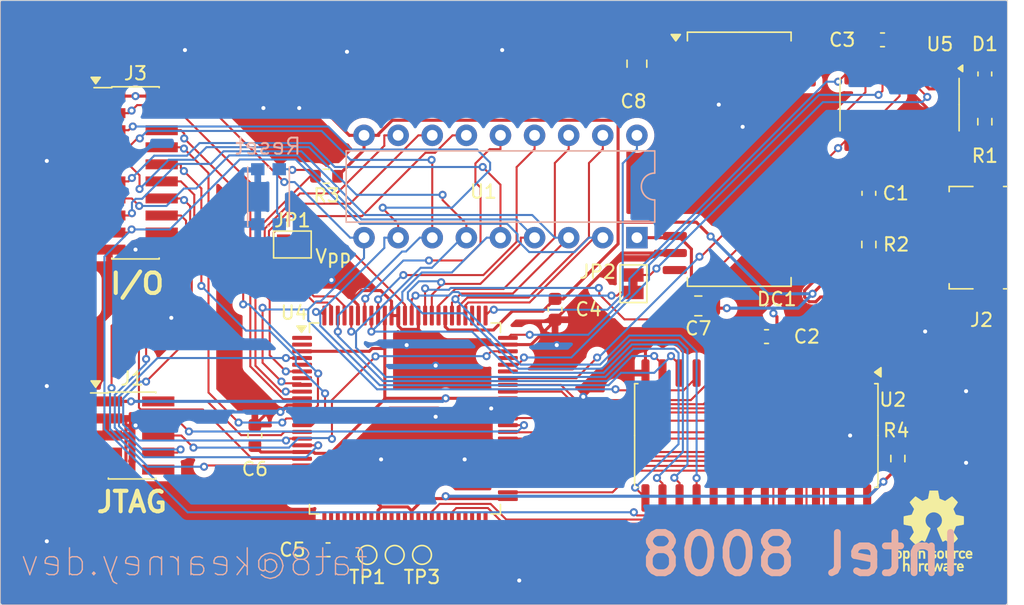
<source format=kicad_pcb>
(kicad_pcb (version 20241229) (generator "pcbnew") (generator_version "9.0")
  (layers (0 "F.Cu" signal "Front") (2 "B.Cu" signal "Back") (13 "F.Paste" user) (15 "B.Paste" user) (5 "F.SilkS" user "F.Silkscreen") (7 "B.SilkS" user "B.Silkscreen") (1 "F.Mask" user) (3 "B.Mask" user) (25 "Edge.Cuts" user))
  (net 0 "")
  (net 1 "GND")
  (net 3 "Net-(D1-A)")
  (net 4 "Net-(D1-K)")
  (net 6 "Net-(J1-SWDIO{slash}TMS)")
  (net 8 "Net-(J1-SWCLK{slash}TCK)")
  (net 9 "Net-(J1-NC{slash}TDI)")
  (net 10 "Net-(J1-SWO{slash}TDO)")
  (net 12 "Net-(J2-D-)")
  (net 13 "Net-(J2-D+)")
  (net 14 "Net-(U5-~{RST})")
  (net 15 "/D0")
  (net 16 "/INT")
  (net 19 "/D5")
  (net 20 "/D1")
  (net 21 "/S2")
  (net 22 "/Ph2")
  (net 23 "/SYNC")
  (net 24 "/S0")
  (net 25 "/Ph1")
  (net 26 "/D6")
  (net 27 "/D2")
  (net 28 "/S1")
  (net 29 "/D7")
  (net 30 "/RDY")
  (net 31 "/D4")
  (net 32 "/D3")
  (net 33 "/FRAM_A5")
  (net 34 "/FRAM_CE{slash}")
  (net 35 "/FRAM_A10")
  (net 36 "/FRAM_A0")
  (net 37 "/FRAM_A7")
  (net 38 "/FRAM_A3")
  (net 39 "/FRAM_WR{slash}")
  (net 40 "/FRAM_A4")
  (net 41 "/FRAM_A1")
  (net 42 "/FRAM_A9")
  (net 43 "/FRAM_A11")
  (net 44 "/FRAM_A2")
  (net 45 "/FRAM_A12")
  (net 46 "/FRAM_A14")
  (net 47 "/FRAM_A8")
  (net 48 "/FRAM_A13")
  (net 49 "/FRAM_A6")
  (net 50 "/FRAM_OE{slash}")
  (net 51 "/USB_CLK")
  (net 52 "/GP3")
  (net 53 "/RxD")
  (net 54 "/TxD")
  (net 55 "/GP2")
  (net 64 "/PI3")
  (net 65 "/PO3")
  (net 66 "/PO1")
  (net 67 "/RST")
  (net 68 "/PO2")
  (net 69 "/PI2")
  (net 70 "/ST1")
  (net 71 "/ST3")
  (net 72 "/PI1")
  (net 73 "-9V")
  (net 74 "Net-(JP1-B)")
  (net 75 "Net-(JP2-A)")
  (net 76 "Net-(U4A-I{slash}O_19)")
  (net 77 "Net-(U4A-I{slash}O_20)")
  (net 80 "5V")
  (net 81 "Net-(U5-VUSB)")
  (net 82 "Net-(U4A-I{slash}O_21)")
  (footprint "Capacitor_SMD:C_0603_1608Metric" (layer "F.Cu") (at 122.174 54.356 -90)
    (property "Reference" "C1")
    (property "Value" "0.1")
  )
  (footprint "clipboard:c0931fb2-f178-4981-b6e2-5fc50c4e7324" (layer "F.Cu") (at 64.262 45.72)
    (property "Reference" "SYM3" (hide yes))
    (property "Value" "" (hide yes))
  )
  (footprint "Capacitor_SMD:C_0603_1608Metric" (layer "F.Cu") (at 76.454 72.39 90)
    (property "Reference" "C6")
    (property "Value" "0.1")
  )
  (footprint "Resistor_SMD:R_0603_1608Metric" (layer "F.Cu") (at 122.174 58.166 -90)
    (property "Reference" "R2")
    (property "Value" "10K")
  )
  (footprint "Capacitor_SMD:C_0805_2012Metric_Pad1.18x1.45mm_HandSolder" (layer "F.Cu") (at 104.902 44.704 -90)
    (property "Reference" "C8")
    (property "Value" "2.2 low ESR")
  )
  (footprint "Capacitor_SMD:C_0603_1608Metric" (layer "F.Cu") (at 81.902 80.899 180)
    (property "Reference" "C5")
    (property "Value" "0.1")
  )
  (footprint "Package_QFP:VQFP-100_14x14mm_P0.5mm" (layer "F.Cu") (at 87.63 71.12)
    (property "Reference" "U4")
    (property "Value" "ATF1504ASL-25AU100")
  )
  (footprint "clipboard:c0931fb2-f178-4981-b6e2-5fc50c4e7324" (layer "F.Cu") (at 64.262 68.326)
    (property "Reference" "SYM2" (hide yes))
    (property "Value" "" (hide yes))
  )
  (footprint "Resistor_SMD:R_0603_1608Metric" (layer "F.Cu") (at 130.81 49.022 90)
    (property "Reference" "R1")
    (property "Value" "1K")
  )
  (footprint "MountingHole:MountingHole_2.2mm_M2_DIN965_Pad_TopOnly" (layer "F.Cu") (at 63.246 43.815)
    (property "Reference" "MP1" (hide yes))
    (property "Value" "MountingHole_2.2mm_M2_DIN965_Pad_TopOnly" (hide yes))
  )
  (footprint "Jumper:SolderJumper-2_P1.3mm_Bridged_Pad1.0x1.5mm" (layer "F.Cu") (at 79.248 58.166)
    (property "Reference" "JP1")
    (property "Value" "SolderJumper_2_Bridged")
  )
  (footprint "Connector_USB:USB_Micro-B_Molex_47346-0001" (layer "F.Cu") (at 129.864 57.658 90)
    (property "Reference" "J2")
    (property "Value" "USB_B_Micro")
  )
  (footprint "Capacitor_SMD:C_0603_1608Metric" (layer "F.Cu") (at 130.81 45.466 -90)
    (property "Reference" "D1")
    (property "Value" "LED")
  )
  (footprint "Symbol:OSHW-Logo_5.7x6mm_SilkScreen" (layer "F.Cu") (at 127 79.5)
    (property "Reference" "SYM1" (hide yes))
    (property "Value" "OSHW-Logo_5.7x6mm_SilkScreen" (hide yes))
  )
  (footprint "Connector_PinHeader_1.27mm:PinHeader_2x10_P1.27mm_Vertical_SMD" (layer "F.Cu") (at 67.564 52.832)
    (property "Reference" "J3")
    (property "Value" "Conn_02x10_Row_Letter_First")
  )
  (footprint "TestPoint:TestPoint_Pad_D1.0mm" (layer "F.Cu") (at 86.868 81.28)
    (property "Reference" "TP2" (hide yes))
    (property "Value" "TestPoint" (hide yes))
  )
  (footprint "Capacitor_SMD:C_0603_1608Metric" (layer "F.Cu") (at 98.806 62.992 -90)
    (property "Reference" "C4")
    (property "Value" "0.1")
  )
  (footprint "Resistor_SMD:R_0603_1608Metric" (layer "F.Cu") (at 124.333 74.105 -90)
    (property "Reference" "R4")
    (property "Value" "10K")
  )
  (footprint "TestPoint:TestPoint_Pad_D1.0mm" (layer "F.Cu") (at 88.9 81.28)
    (property "Reference" "TP3")
    (property "Value" "TestPoint" (hide yes))
  )
  (footprint "TestPoint:TestPoint_Pad_D1.0mm" (layer "F.Cu") (at 84.836 81.28)
    (property "Reference" "TP1")
    (property "Value" "TestPoint" (hide yes))
  )
  (footprint "MountingHole:MountingHole_2.2mm_M2_DIN965_Pad_TopOnly" (layer "F.Cu") (at 63.246 61.849)
    (property "Reference" "MP2" (hide yes))
    (property "Value" "MountingHole_2.2mm_M2_DIN965_Pad_TopOnly" (hide yes))
  )
  (footprint "Package_SO:SOIC-28W_7.5x18.7mm_P1.27mm" (layer "F.Cu") (at 112.522 51.816)
    (property "Reference" "DC1")
    (property "Value" "DCP020509U")
  )
  (footprint "Package_SO:SOIC-28W_7.5x17.9mm_P1.27mm" (layer "F.Cu") (at 113.792 72.39 -90)
    (property "Reference" "U2")
    (property "Value" "FM1808B-SG")
  )
  (footprint "Jumper:SolderJumper-2_P1.3mm_Bridged_Pad1.0x1.5mm" (layer "F.Cu") (at 104.648 61.087 -90)
    (property "Reference" "JP2")
    (property "Value" "SolderJumper_2_Bridged" (hide yes))
  )
  (footprint "Capacitor_SMD:C_0603_1608Metric" (layer "F.Cu") (at 123.19 42.926 180)
    (property "Reference" "C3")
    (property "Value" "0.1")
  )
  (footprint "Resistor_SMD:R_0603_1608Metric" (layer "F.Cu") (at 81.788 53.086 180)
    (property "Reference" "R3")
    (property "Value" "10K")
  )
  (footprint "Package_SO:SOIC-14_3.9x8.7mm_P1.27mm" (layer "F.Cu") (at 124.46 47.752 -90)
    (property "Reference" "U5")
    (property "Value" "MCP2221AxSL")
  )
  (footprint "Capacitor_SMD:C_0805_2012Metric_Pad1.18x1.45mm_HandSolder" (layer "F.Cu") (at 109.474 62.738 180)
    (property "Reference" "C7")
    (property "Value" "1.0" (hide yes))
  )
  (footprint "Connector_PinHeader_1.27mm:PinHeader_2x05_P1.27mm_Vertical_SMD" (layer "F.Cu") (at 67.31 72.39)
    (property "Reference" "J1")
    (property "Value" "Conn_ARM_JTAG_SWD_10")
  )
  (footprint "Capacitor_SMD:C_0603_1608Metric" (layer "F.Cu") (at 114.554 65.024 180)
    (property "Reference" "C2")
    (property "Value" "0.1")
  )
  (footprint "Package_DIP:DIP-18_W7.62mm" (layer "B.Cu") (at 104.902 57.658 90)
    (property "Reference" "U1")
    (property "Value" "C8008")
  )
  (footprint "Button_Switch_SMD:SW_Push_1P1T_NO_CK_KMR2" (layer "B.Cu") (at 77.47 54.61 -90)
    (property "Reference" "SW1" (hide yes))
    (property "Value" "KMR241GLFS" (hide yes))
  )
  (gr_line (start 132.5 40) (end 57.5 40) (stroke (width 0.05)) (layer "Edge.Cuts"))
  (gr_line (start 132.5 85) (end 132.5 40) (stroke (width 0.05)) (layer "Edge.Cuts"))
  (gr_line (start 57.5 40) (end 57.5 85) (stroke (width 0.05)) (layer "Edge.Cuts"))
  (gr_line (start 57.5 85) (end 132.5 85) (stroke (width 0.05)) (layer "Edge.Cuts"))
  (gr_text "JTAG" (at 64.516 78.232 0) (layer "F.SilkS") (effects (font (size 1.524 1.524) (thickness 0.3048) (bold yes)) (justify left bottom)))
  (gr_text "I/O" (at 65.532 61.976 0) (layer "F.SilkS") (effects (font (size 1.524 1.524) (thickness 0.3048) (bold yes)) (justify left bottom)))
  (gr_text "fat8@kearney.dev" (at 85 83 0) (layer "B.SilkS") (effects (font (size 2 2) (thickness 0.1)) (justify left bottom mirror)))
  (gr_text "Reset" (at 80 51.562 0) (layer "B.SilkS") (effects (font (size 1.2 1.2)) (justify left bottom mirror)))
  (gr_text "Intel 8008" (at 129.305 83.002 0) (layer "B.SilkS") (effects (font (size 3 3) (thickness 0.508) (bold yes)) (justify left bottom mirror)))
  (segment (start 122.174 55.131) (end 122.995 55.952) (width 0.2286) (layer "F.Cu") (net 1))
  (segment (start 117.3858 62.0811) (end 117.7337 62.429) (width 0.2286) (layer "F.Cu") (net 1))
  (segment (start 82.3419 82.1139) (end 89.2277 82.1139) (width 0.2286) (layer "F.Cu") (net 1))
  (segment (start 122.415 42.926) (end 123.4845 43.9955) (width 0.2286) (layer "F.Cu") (net 1))
  (segment (start 129.5067 56.2391) (end 129.3878 56.358) (width 0.2286) (layer "F.Cu") (net 1))
  (segment (start 81.127 80.899) (end 82.3419 82.1139) (width 0.2286) (layer "F.Cu") (net 1))
  (segment (start 129.8177 54.283) (end 129.5578 54.5429) (width 0.2286) (layer "F.Cu") (net 1))
  (segment (start 124.8397 43.9955) (end 125.0935 44.2493) (width 0.2286) (layer "F.Cu") (net 1))
  (segment (start 119.2241 44.196) (end 108.357 44.196) (width 0.2286) (layer "F.Cu") (net 1))
  (segment (start 82.1567 60.8147) (end 82.1555 60.8135) (width 0.2286) (layer "F.Cu") (net 1))
  (segment (start 122.415 42.926) (end 120.4941 42.926) (width 0.2286) (layer "F.Cu") (net 1))
  (segment (start 81.127 80.899) (end 81.63 80.396) (width 0.2286) (layer "F.Cu") (net 1))
  (segment (start 86.63 63.4575) (end 87.13 63.4575) (width 0.2286) (layer "F.Cu") (net 1))
  (segment (start 128.489 55.1705) (end 129.5578 55.1705) (width 0.2286) (layer "F.Cu") (net 1))
  (segment (start 128.489 55.1705) (end 128.489 56.1768) (width 0.2286) (layer "F.Cu") (net 1))
  (segment (start 87.13 63.4575) (end 87.13 64.2288) (width 0.2286) (layer "F.Cu") (net 1))
  (segment (start 117.3858 61.8352) (end 117.3858 62.0811) (width 0.2286) (layer "F.Cu") (net 1))
  (segment (start 128.489 60.1455) (end 128.489 61.1518) (width 0.2286) (layer "F.Cu") (net 1))
  (segment (start 65.36 71.12) (end 66.8538 71.12) (width 0.2286) (layer "F.Cu") (net 1))
  (segment (start 66.1069 74.93) (end 66.8538 74.93) (width 0.2286) (layer "F.Cu") (net 1))
  (segment (start 131.064 58.808) (end 131.064 59.4049) (width 0.2286) (layer "F.Cu") (net 1))
  (segment (start 102.6719 67.74) (end 100.9075 69.5044) (width 0.2286) (layer "F.Cu") (net 1))
  (segment (start 103.2115 63.767) (end 98.806 63.767) (width 0.2286) (layer "F.Cu") (net 1))
  (segment (start 113.779 65.024) (end 113.779 63.6876) (width 0.2286) (layer "F.Cu") (net 1))
  (segment (start 125.0935 44.2493) (end 125.0935 46.5922) (width 0.2286) (layer "F.Cu") (net 1))
  (segment (start 87.3903 64.4891) (end 88.63 64.4891) (width 0.2286) (layer "F.Cu") (net 1))
  (segment (start 88.63 64.4891) (end 88.63 63.4575) (width 0.2286) (layer "F.Cu") (net 1))
  (segment (start 86.63 63.4575) (end 86.63 62.4) (width 0.2286) (layer "F.Cu") (net 1))
  (segment (start 83.7287 62.2668) (end 84.13 62.6682) (width 0.2286) (layer "F.Cu") (net 1))
  (segment (start 80.5518 59.2098) (end 82.1555 60.8135) (width 0.2286) (layer "F.Cu") (net 1))
  (segment (start 129.8177 51.7747) (end 128.27 50.227) (width 0.2286) (layer "F.Cu") (net 1))
  (segment (start 129.2066 56.1768) (end 129.3878 56.358) (width 0.2286) (layer "F.Cu") (net 1))
  (segment (start 130.9203 60.1455) (end 131.064 60.0018) (width 0.2286) (layer "F.Cu") (net 1))
  (segment (start 65.614 58.547) (end 67.5656 58.547) (width 0.2286) (layer "F.Cu") (net 1))
  (segment (start 129.7689 56.1593) (end 129.8202 56.108) (width 0.2286) (layer "F.Cu") (net 1))
  (segment (start 120.4941 42.926) (end 119.2241 44.196) (width 0.2286) (layer "F.Cu") (net 1))
  (segment (start 127.5665 62.0743) (end 128.489 61.1518) (width 0.2286) (layer "F.Cu") (net 1))
  (segment (start 120.8091 58.166) (end 117.3858 61.5893) (width 0.2286) (layer "F.Cu") (net 1))
  (segment (start 118.5734 62.0812) (end 118.5734 62.0743) (width 0.2286) (layer "F.Cu") (net 1))
  (segment (start 81.63 80.396) (end 81.63 78.7825) (width 0.2286) (layer "F.Cu") (net 1))
  (segment (start 66.8523 72.39) (end 66.8538 72.39) (width 0.2286) (layer "F.Cu") (net 1))
  (segment (start 66.8538 71.6413) (end 67.5715 71.6413) (width 0.2286) (layer "F.Cu") (net 1))
  (segment (start 113.779 65.024) (end 106.6055 65.024) (width 0.2286) (layer "F.Cu") (net 1))
  (segment (start 130.4409 54.283) (end 129.8177 54.283) (width 0.2286) (layer "F.Cu") (net 1))
  (segment (start 131.064 56.108) (end 129.8202 56.108) (width 0.2286) (layer "F.Cu") (net 1))
  (segment (start 89.7167 79.8598) (end 87.8732 79.8598) (width 0.2286) (layer "F.Cu") (net 1))
  (segment (start 89.2277 82.1139) (end 89.7167 81.6249) (width 0.2286) (layer "F.Cu") (net 1))
  (segment (start 97.0255 65.62) (end 95.2925 65.62) (width 0.2286) (layer "F.Cu") (net 1))
  (segment (start 113.779 63.6876) (end 115.6314 61.8352) (width 0.2286) (layer "F.Cu") (net 1))
  (segment (start 118.2256 62.429) (end 118.5734 62.0812) (width 0.2286) (layer "F.Cu") (net 1))
  (segment (start 85.827 61.597) (end 84.3985 61.597) (width 0.2286) (layer "F.Cu") (net 1))
  (segment (start 122.995 55.952) (end 122.995 57.7484) (width 0.2286) (layer "F.Cu") (net 1))
  (segment (start 105.537 66.0925) (end 105.537 67.74) (width 0.2286) (layer "F.Cu") (net 1))
  (segment (start 66.8538 74.93) (end 66.8538 72.3915) (width 0.2286) (layer "F.Cu") (net 1))
  (segment (start 125.0935 46.5922) (end 128.27 49.7687) (width 0.2286) (layer "F.Cu") (net 1))
  (segment (start 128.489 56.1768) (end 129.2066 56.1768) (width 0.2286) (layer "F.Cu") (net 1))
  (segment (start 131.064 59.4049) (end 130.792 59.1329) (width 0.2286) (layer "F.Cu") (net 1))
  (segment (start 117.7337 62.429) (end 118.2256 62.429) (width 0.2286) (layer "F.Cu") (net 1))
  (segment (start 107.722 58.801) (end 103.772 58.801) (width 0.2286) (layer "F.Cu") (net 1))
  (segment (start 122.995 57.7484) (end 122.5774 58.166) (width 0.2286) (layer "F.Cu") (net 1))
  (segment (start 129.7689 56.2391) (end 129.7689 56.1593) (width 0.2286) (layer "F.Cu") (net 1))
  (segment (start 89.7609 65.62) (end 95.2925 65.62) (width 0.2286) (layer "F.Cu") (net 1))
  (segment (start 78.598 59.2098) (end 80.5518 59.2098) (width 0.2286) (layer "F.Cu") (net 1))
  (segment (start 106.6055 65.024) (end 105.537 66.0925) (width 0.2286) (layer "F.Cu") (net 1))
  (segment (start 129.5578 54.5429) (end 129.5578 55.1705) (width 0.2286) (layer "F.Cu") (net 1))
  (segment (start 131.064 54.283) (end 130.4409 54.283) (width 0.2286) (layer "F.Cu") (net 1))
  (segment (start 69.9594 78.7825) (end 81.63 78.7825) (width 0.2286) (layer "F.Cu") (net 1))
  (segment (start 82.2765 60.8147) (end 82.1567 60.8147) (width 0.2286) (layer "F.Cu") (net 1))
  (segment (start 130.7252 56.4907) (end 130.0205 56.4907) (width 0.2286) (layer "F.Cu") (net 1))
  (segment (start 89.8595 79.8598) (end 89.7167 79.8598) (width 0.2286) (layer "F.Cu") (net 1))
  (segment (start 115.6314 61.8352) (end 117.3858 61.8352) (width 0.2286) (layer "F.Cu") (net 1))
  (segment (start 129.7689 56.2391) (end 129.5067 56.2391) (width 0.2286) (layer "F.Cu") (net 1))
  (segment (start 107.722 44.831) (end 107.722 45.7415) (width 0.2286) (layer "F.Cu") (net 1))
  (segment (start 128.27 49.7687) (end 128.27 50.227) (width 0.2286) (layer "F.Cu") (net 1))
  (segment (start 76.454 71.615) (end 77.4314 70.6376) (width 0.2286) (layer "F.Cu") (net 1))
  (segment (start 103.772 58.801) (end 98.806 63.767) (width 0.2286) (layer "F.Cu") (net 1))
  (segment (start 66.1069 74.93) (end 69.9594 78.7825) (width 0.2286) (layer "F.Cu") (net 1))
  (segment (start 77.4314 70.6376) (end 78.354 70.6376) (width 0.2286) (layer "F.Cu") (net 1))
  (segment (start 78.354 70.6376) (end 78.8716 70.12) (width 0.2286) (layer "F.Cu") (net 1))
  (segment (start 98.806 63.8395) (end 97.0255 65.62) (width 0.2286) (layer "F.Cu") (net 1))
  (segment (start 128.404 56.358) (end 129.3878 56.358) (width 0.2286) (layer "F.Cu") (net 1))
  (segment (start 87.8732 79.8598) (end 87.63 79.6166) (width 0.2286) (layer "F.Cu") (net 1))
  (segment (start 104.902 45.7415) (end 107.722 45.7415) (width 0.2286) (layer "F.Cu") (net 1))
  (segment (start 69.514 58.547) (end 67.5656 58.547) (width 0.2286) (layer "F.Cu") (net 1))
  (segment (start 105.537 66.0925) (end 103.2115 63.767) (width 0.2286) (layer "F.Cu") (net 1))
  (segment (start 131.064 61.033) (end 130.9203 60.8893) (width 0.2286) (layer "F.Cu") (net 1))
  (segment (start 129.8177 54.283) (end 129.8177 51.7747) (width 0.2286) (layer "F.Cu") (net 1))
  (segment (start 66.8538 71.12) (end 66.8538 71.6413) (width 0.2286) (layer "F.Cu") (net 1))
  (segment (start 84.3985 61.597) (end 83.7287 62.2668) (width 0.2286) (layer "F.Cu") (net 1))
  (segment (start 107.722 45.7415) (end 107.722 46.101) (width 0.2286) (layer "F.Cu") (net 1))
  (segment (start 86.63 62.4) (end 85.827 61.597) (width 0.2286) (layer "F.Cu") (net 1))
  (segment (start 89.7167 81.6249) (end 89.7167 79.8598) (width 0.2286) (layer "F.Cu") (net 1))
  (segment (start 130.792 59.1329) (end 130.792 56.5575) (width 0.2286) (layer "F.Cu") (net 1))
  (segment (start 118.5734 62.0743) (end 127.5665 62.0743) (width 0.2286) (layer "F.Cu") (net 1))
  (segment (start 83.7287 62.2668) (end 82.2765 60.8147) (width 0.2286) (layer "F.Cu") (net 1))
  (segment (start 66.8538 71.6413) (end 66.8538 72.39) (width 0.2286) (layer "F.Cu") (net 1))
  (segment (start 130.9203 60.8893) (end 130.9203 60.1455) (width 0.2286) (layer "F.Cu") (net 1))
  (segment (start 130.792 56.5575) (end 130.7252 56.4907) (width 0.2286) (layer "F.Cu") (net 1))
  (segment (start 122.5774 58.166) (end 120.8091 58.166) (width 0.2286) (layer "F.Cu") (net 1))
  (segment (start 123.4845 43.9955) (end 124.8397 43.9955) (width 0.2286) (layer "F.Cu") (net 1))
  (segment (start 65.36 72.39) (end 66.8523 72.39) (width 0.2286) (layer "F.Cu") (net 1))
  (segment (start 105.537 67.74) (end 102.6719 67.74) (width 0.2286) (layer "F.Cu") (net 1))
  (segment (start 90.13 79.5893) (end 89.8595 79.8598) (width 0.2286) (layer "F.Cu") (net 1))
  (segment (start 94.0513 72.6546) (end 94.0513 70.3744) (width 0.2286) (layer "F.Cu") (net 1))
  (segment (start 88.63 64.4891) (end 89.7609 65.62) (width 0.2286) (layer "F.Cu") (net 1))
  (segment (start 94.5167 73.12) (end 94.0513 72.6546) (width 0.2286) (layer "F.Cu") (net 1))
  (segment (start 98.806 63.767) (end 98.806 63.8395) (width 0.2286) (layer "F.Cu") (net 1))
  (segment (start 87.63 79.6166) (end 87.63 78.7825) (width 0.2286) (layer "F.Cu") (net 1))
  (segment (start 130.0205 56.4907) (end 129.7689 56.2391) (width 0.2286) (layer "F.Cu") (net 1))
  (segment (start 84.13 62.6682) (end 84.13 63.4575) (width 0.2286) (layer "F.Cu") (net 1))
  (segment (start 66.8538 72.3915) (end 66.8523 72.39) (width 0.2286) (layer "F.Cu") (net 1))
  (segment (start 90.13 78.7825) (end 90.13 79.5893) (width 0.2286) (layer "F.Cu") (net 1))
  (segment (start 78.8716 70.12) (end 79.9675 70.12) (width 0.2286) (layer "F.Cu") (net 1))
  (segment (start 117.3858 61.5893) (end 117.3858 61.8352) (width 0.2286) (layer "F.Cu") (net 1))
  (segment (start 95.2925 73.12) (end 94.5167 73.12) (width 0.2286) (layer "F.Cu") (net 1))
  (segment (start 78.598 58.166) (end 78.598 59.2098) (width 0.2286) (layer "F.Cu") (net 1))
  (segment (start 128.489 60.1455) (end 130.9203 60.1455) (width 0.2286) (layer "F.Cu") (net 1))
  (segment (start 131.064 59.4049) (end 131.064 60.0018) (width 0.2286) (layer "F.Cu") (net 1))
  (segment (start 87.13 64.2288) (end 87.3903 64.4891) (width 0.2286) (layer "F.Cu") (net 1))
  (segment (start 65.36 74.93) (end 66.1069 74.93) (width 0.2286) (layer "F.Cu") (net 1))
  (segment (start 108.357 44.196) (end 107.722 44.831) (width 0.2286) (layer "F.Cu") (net 1))
  (via (at 70.231 63.627) (size 0.6) (drill 0.3) (layers "F.Cu" "B.Cu") (net 1))
  (via (at 98.933 65.659) (size 0.6) (drill 0.3) (layers "F.Cu" "B.Cu") (net 1))
  (via (at 85.852 74.168) (size 0.6) (drill 0.3) (layers "F.Cu" "B.Cu") (net 1))
  (via (at 67.5656 58.547) (size 0.6) (drill 0.3) (layers "F.Cu" "B.Cu") (net 1))
  (via (at 110.998 47.752) (size 0.6) (drill 0.3) (layers "F.Cu" "B.Cu") (net 1))
  (via (at 89.916 67.183) (size 0.6) (drill 0.3) (layers "F.Cu" "B.Cu") (net 1))
  (via (at 112.776 49.403) (size 0.6) (drill 0.3) (layers "F.Cu" "B.Cu") (net 1))
  (via (at 129.413 74.422) (size 0.6) (drill 0.3) (layers "F.Cu" "B.Cu") (net 1))
  (via (at 126.365 64.643) (size 0.6) (drill 0.3) (layers "F.Cu" "B.Cu") (net 1))
  (via (at 94.869 43.688) (size 0.6) (drill 0.3) (layers "F.Cu" "B.Cu") (net 1))
  (via (at 71.247 43.688) (size 0.6) (drill 0.3) (layers "F.Cu" "B.Cu") (net 1))
  (via (at 78.354 70.6376) (size 0.6) (drill 0.3) (layers "F.Cu" "B.Cu") (net 1))
  (via (at 100.9075 69.5044) (size 0.6) (drill 0.3) (layers "F.Cu" "B.Cu") (net 1))
  (via (at 96.139 83.185) (size 0.6) (drill 0.3) (layers "F.Cu" "B.Cu") (net 1))
  (via (at 67.5715 71.6413) (size 0.6) (drill 0.3) (layers "F.Cu" "B.Cu") (net 1))
  (via (at 89.916 70.993) (size 0.6) (drill 0.3) (layers "F.Cu" "B.Cu") (net 1))
  (via (at 87.757 65.659) (size 0.6) (drill 0.3) (layers "F.Cu" "B.Cu") (net 1))
  (via (at 129.413 69.088) (size 0.6) (drill 0.3) (layers "F.Cu" "B.Cu") (net 1))
  (via (at 94.0513 70.3744) (size 0.6) (drill 0.3) (layers "F.Cu" "B.Cu") (net 1))
  (via (at 82.1555 60.8135) (size 0.6) (drill 0.3) (layers "F.Cu" "B.Cu") (net 1))
  (via (at 83.312 43.815) (size 0.6) (drill 0.3) (layers "F.Cu" "B.Cu") (net 1))
  (via (at 120.777 72.39) (size 0.6) (drill 0.3) (layers "F.Cu" "B.Cu") (net 1))
  (via (at 79.756 48.006) (size 0.6) (drill 0.3) (layers "F.Cu" "B.Cu") (net 1))
  (via (at 77.089 48.006) (size 0.6) (drill 0.3) (layers "F.Cu" "B.Cu") (net 1))
  (via (at 60.96 51.943) (size 0.6) (drill 0.3) (layers "F.Cu" "B.Cu") (net 1))
  (via (at 60.96 80.264) (size 0.6) (drill 0.3) (layers "F.Cu" "B.Cu") (net 1))
  (via (at 92.075 74.168) (size 0.6) (drill 0.3) (layers "F.Cu" "B.Cu") (net 1))
  (via (at 60.96 68.707) (size 0.6) (drill 0.3) (layers "F.Cu" "B.Cu") (net 1))
  (segment (start 82.1555 60.8135) (end 79.889 58.547) (width 0.2286) (layer "B.Cu") (net 1))
  (segment (start 78.354 70.6376) (end 78.6172 70.3744) (width 0.2286) (layer "B.Cu") (net 1))
  (segment (start 76.67 56.66) (end 76.67 58.547) (width 0.2286) (layer "B.Cu") (net 1))
  (segment (start 68.5752 70.6376) (end 67.5715 71.6413) (width 0.2286) (layer "B.Cu") (net 1))
  (segment (start 76.67 58.547) (end 67.5656 58.547) (width 0.2286) (layer "B.Cu") (net 1))
  (segment (start 76.67 52.56) (end 76.67 56.66) (width 0.2286) (layer "B.Cu") (net 1))
  (segment (start 100.0375 70.3744) (end 100.9075 69.5044) (width 0.2286) (layer "B.Cu") (net 1))
  (segment (start 79.889 58.547) (end 76.67 58.547) (width 0.2286) (layer "B.Cu") (net 1))
  (segment (start 78.6172 70.3744) (end 94.0513 70.3744) (width 0.2286) (layer "B.Cu") (net 1))
  (segment (start 78.354 70.6376) (end 68.5752 70.6376) (width 0.2286) (layer "B.Cu") (net 1))
  (segment (start 94.0513 70.3744) (end 100.0375 70.3744) (width 0.2286) (layer "B.Cu") (net 1))
  (segment (start 130.81 48.197) (end 130.81 46.241) (width 0.1524) (layer "F.Cu") (net 3))
  (segment (start 127 44.9083) (end 127 45.277) (width 0.1524) (layer "F.Cu") (net 4))
  (segment (start 130.81 44.691) (end 130.1437 44.0247) (width 0.1524) (layer "F.Cu") (net 4))
  (segment (start 130.1437 44.0247) (end 127.8836 44.0247) (width 0.1524) (layer "F.Cu") (net 4))
  (segment (start 127.8836 44.0247) (end 127 44.9083) (width 0.1524) (layer "F.Cu") (net 4))
  (segment (start 69.26 69.85) (end 72.9141 69.85) (width 0.1524) (layer "F.Cu") (net 6))
  (segment (start 78.4038 72.3631) (end 78.6469 72.12) (width 0.1524) (layer "F.Cu") (net 6))
  (segment (start 75.4272 72.3631) (end 78.4038 72.3631) (width 0.1524) (layer "F.Cu") (net 6))
  (segment (start 78.6469 72.12) (end 79.9675 72.12) (width 0.1524) (layer "F.Cu") (net 6))
  (segment (start 72.9141 69.85) (end 75.4272 72.3631) (width 0.1524) (layer "F.Cu") (net 6))
  (segment (start 70.6903 71.12) (end 70.6903 71.2388) (width 0.1524) (layer "F.Cu") (net 8))
  (segment (start 96.4925 71.62) (end 95.2925 71.62) (width 0.1524) (layer "F.Cu") (net 8))
  (segment (start 70.6903 71.2388) (end 71.5427 72.0912) (width 0.1524) (layer "F.Cu") (net 8))
  (segment (start 69.26 71.12) (end 70.6903 71.12) (width 0.1524) (layer "F.Cu") (net 8))
  (via (at 71.5427 72.0912) (size 0.6) (drill 0.3) (layers "F.Cu" "B.Cu") (net 8))
  (via (at 96.4925 71.62) (size 0.6) (drill 0.3) (layers "F.Cu" "B.Cu") (net 8))
  (segment (start 96.0213 72.0912) (end 71.5427 72.0912) (width 0.1524) (layer "B.Cu") (net 8))
  (segment (start 96.4925 71.62) (end 96.0213 72.0912) (width 0.1524) (layer "B.Cu") (net 8))
  (segment (start 69.26 73.66) (end 70.6903 73.66) (width 0.1524) (layer "F.Cu") (net 9))
  (segment (start 70.9215 73.4288) (end 70.6903 73.66) (width 0.1524) (layer "F.Cu") (net 9))
  (segment (start 79.9675 66.62) (end 78.7683 66.62) (width 0.1524) (layer "F.Cu") (net 9))
  (via (at 78.7683 66.62) (size 0.6) (drill 0.3) (layers "F.Cu" "B.Cu") (net 9))
  (via (at 70.9215 73.4288) (size 0.6) (drill 0.3) (layers "F.Cu" "B.Cu") (net 9))
  (segment (start 66.337 71.6948) (end 68.071 73.4288) (width 0.1524) (layer "B.Cu") (net 9))
  (segment (start 68.071 73.4288) (end 70.9215 73.4288) (width 0.1524) (layer "B.Cu") (net 9))
  (segment (start 69.2061 66.62) (end 66.337 69.4891) (width 0.1524) (layer "B.Cu") (net 9))
  (segment (start 66.337 69.4891) (end 66.337 71.6948) (width 0.1524) (layer "B.Cu") (net 9))
  (segment (start 78.7683 66.62) (end 69.2061 66.62) (width 0.1524) (layer "B.Cu") (net 9))
  (segment (start 69.26 72.39) (end 70.6903 72.39) (width 0.1524) (layer "F.Cu") (net 10))
  (segment (start 82.1925 69.7469) (end 82.1925 72.6435) (width 0.1524) (layer "F.Cu") (net 10))
  (segment (start 95.2925 66.12) (end 94.0681 66.12) (width 0.1524) (layer "F.Cu") (net 10))
  (segment (start 85.4361 66.5033) (end 82.1925 69.7469) (width 0.1524) (layer "F.Cu") (net 10))
  (segment (start 82.1925 72.6435) (end 82.1924 72.6435) (width 0.1524) (layer "F.Cu") (net 10))
  (segment (start 94.0681 66.12) (end 93.7053 66.4828) (width 0.1524) (layer "F.Cu") (net 10))
  (segment (start 70.6903 72.39) (end 70.9797 72.39) (width 0.1524) (layer "F.Cu") (net 10))
  (segment (start 70.9797 72.39) (end 71.881 73.2913) (width 0.1524) (layer "F.Cu") (net 10))
  (via (at 82.1924 72.6435) (size 0.6) (drill 0.3) (layers "F.Cu" "B.Cu") (net 10))
  (via (at 85.4361 66.5033) (size 0.6) (drill 0.3) (layers "F.Cu" "B.Cu") (net 10))
  (via (at 93.7053 66.4828) (size 0.6) (drill 0.3) (layers "F.Cu" "B.Cu") (net 10))
  (via (at 71.881 73.2913) (size 0.6) (drill 0.3) (layers "F.Cu" "B.Cu") (net 10))
  (segment (start 85.4361 66.5033) (end 85.4566 66.4828) (width 0.1524) (layer "B.Cu") (net 10))
  (segment (start 85.4566 66.4828) (end 93.7053 66.4828) (width 0.1524) (layer "B.Cu") (net 10))
  (segment (start 82.1297 72.5808) (end 82.1924 72.6435) (width 0.1524) (layer "B.Cu") (net 10))
  (segment (start 78.994 73.2913) (end 79.7045 72.5808) (width 0.1524) (layer "B.Cu") (net 10))
  (segment (start 79.7045 72.5808) (end 82.1297 72.5808) (width 0.1524) (layer "B.Cu") (net 10))
  (segment (start 71.881 73.2913) (end 78.994 73.2913) (width 0.1524) (layer "B.Cu") (net 10))
  (segment (start 128.404 58.308) (end 127.4837 58.308) (width 0.1524) (layer "F.Cu") (net 12))
  (segment (start 127.4837 58.308) (end 125.73 56.5543) (width 0.1524) (layer "F.Cu") (net 12))
  (segment (start 125.73 56.5543) (end 125.73 50.227) (width 0.1524) (layer "F.Cu") (net 12))
  (segment (start 127 57.1743) (end 127 50.227) (width 0.1524) (layer "F.Cu") (net 13))
  (segment (start 127.4837 57.658) (end 127 57.1743) (width 0.1524) (layer "F.Cu") (net 13))
  (segment (start 128.404 57.658) (end 127.4837 57.658) (width 0.1524) (layer "F.Cu") (net 13))
  (segment (start 124.46 45.277) (end 124.46 47.1174) (width 0.1524) (layer "F.Cu") (net 14))
  (segment (start 121.422 53.1274) (end 121.422 56.589) (width 0.1524) (layer "F.Cu") (net 14))
  (segment (start 122.5855 48.9919) (end 122.5855 51.9639) (width 0.1524) (layer "F.Cu") (net 14))
  (segment (start 121.422 56.589) (end 122.174 57.341) (width 0.1524) (layer "F.Cu") (net 14))
  (segment (start 124.46 47.1174) (end 122.5855 48.9919) (width 0.1524) (layer "F.Cu") (net 14))
  (segment (start 122.5855 51.9639) (end 121.422 53.1274) (width 0.1524) (layer "F.Cu") (net 14))
  (segment (start 108.3777 69.0243) (end 103.3832 69.0243) (width 0.1524) (layer "F.Cu") (net 15))
  (segment (start 72.9128 47.7867) (end 78.6436 53.5175) (width 0.1524) (layer "F.Cu") (net 15))
  (segment (start 65.614 48.387) (end 67.0443 48.387) (width 0.1524) (layer "F.Cu") (net 15))
  (segment (start 77.027 66.9685) (end 78.4317 68.3732) (width 0.1524) (layer "F.Cu") (net 15))
  (segment (start 79.9675 68.62) (end 79.8481 68.5006) (width 0.1524) (layer "F.Cu") (net 15))
  (segment (start 109.347 67.74) (end 109.347 68.055) (width 0.1524) (layer "F.Cu") (net 15))
  (segment (start 77.027 62.8769) (end 77.027 66.9685) (width 0.1524) (layer "F.Cu") (net 15))
  (segment (start 67.2764 48.196) (end 67.6857 47.7867) (width 0.1524) (layer "F.Cu") (net 15))
  (segment (start 67.6857 47.7867) (end 72.9128 47.7867) (width 0.1524) (layer "F.Cu") (net 15))
  (segment (start 67.2353 48.196) (end 67.0443 48.387) (width 0.1524) (layer "F.Cu") (net 15))
  (segment (start 78.5591 68.5006) (end 78.4317 68.3732) (width 0.1524) (layer "F.Cu") (net 15))
  (segment (start 67.2764 48.196) (end 67.2353 48.196) (width 0.1524) (layer "F.Cu") (net 15))
  (segment (start 103.3832 69.0243) (end 103.3075 68.9486) (width 0.1524) (layer "F.Cu") (net 15))
  (segment (start 79.8481 68.5006) (end 78.5591 68.5006) (width 0.1524) (layer "F.Cu") (net 15))
  (segment (start 109.347 68.055) (end 108.3777 69.0243) (width 0.1524) (layer "F.Cu") (net 15))
  (via (at 103.3075 68.9486) (size 0.6) (drill 0.3) (layers "F.Cu" "B.Cu") (net 15))
  (via (at 78.6436 53.5175) (size 0.6) (drill 0.3) (layers "F.Cu" "B.Cu") (net 15))
  (via (at 78.4317 68.3732) (size 0.6) (drill 0.3) (layers "F.Cu" "B.Cu") (net 15))
  (via (at 77.027 62.8769) (size 0.6) (drill 0.3) (layers "F.Cu" "B.Cu") (net 15))
  (via (at 67.2764 48.196) (size 0.6) (drill 0.3) (layers "F.Cu" "B.Cu") (net 15))
  (segment (start 80.426 63.0055) (end 77.1556 63.0055) (width 0.1524) (layer "B.Cu") (net 15))
  (segment (start 80.426 63.0055) (end 80.426 63.8217) (width 0.1524) (layer "B.Cu") (net 15))
  (segment (start 85.5529 68.9486) (end 103.3075 68.9486) (width 0.1524) (layer "B.Cu") (net 15))
  (segment (start 84.582 57.658) (end 84.582 59.1732) (width 0.1524) (layer "B.Cu") (net 15))
  (segment (start 81.0264 62.4051) (end 80.426 63.0055) (width 0.1524) (layer "B.Cu") (net 15))
  (segment (start 79.4112 53.5175) (end 83.5517 57.658) (width 0.1524) (layer "B.Cu") (net 15))
  (segment (start 78.6436 53.5175) (end 79.4112 53.5175) (width 0.1524) (layer "B.Cu") (net 15))
  (segment (start 80.426 63.8217) (end 85.5529 68.9486) (width 0.1524) (layer "B.Cu") (net 15))
  (segment (start 77.1556 63.0055) (end 77.027 62.8769) (width 0.1524) (layer "B.Cu") (net 15))
  (segment (start 84.582 57.658) (end 83.5517 57.658) (width 0.1524) (layer "B.Cu") (net 15))
  (segment (start 84.582 59.1732) (end 81.3501 62.4051) (width 0.1524) (layer "B.Cu") (net 15))
  (segment (start 81.3501 62.4051) (end 81.0264 62.4051) (width 0.1524) (layer "B.Cu") (net 15))
  (segment (start 94.0627 63.0248) (end 94.2469 63.0248) (width 0.1524) (layer "F.Cu") (net 16))
  (segment (start 93.63 63.4575) (end 94.0627 63.0248) (width 0.1524) (layer "F.Cu") (net 16))
  (via (at 94.2469 63.0248) (size 0.6) (drill 0.3) (layers "F.Cu" "B.Cu") (net 16))
  (segment (start 104.902 51.0683) (end 103.8463 52.124) (width 0.1524) (layer "B.Cu") (net 16))
  (segment (start 103.8463 52.124) (end 103.8463 61.8817) (width 0.1524) (layer "B.Cu") (net 16))
  (segment (start 103.8463 61.8817) (end 102.7032 63.0248) (width 0.1524) (layer "B.Cu") (net 16))
  (segment (start 104.902 50.038) (end 104.902 51.0683) (width 0.1524) (layer "B.Cu") (net 16))
  (segment (start 102.7032 63.0248) (end 94.2469 63.0248) (width 0.1524) (layer "B.Cu") (net 16))
  (segment (start 97.282 57.658) (end 96.2517 57.658) (width 0.1524) (layer "F.Cu") (net 19))
  (segment (start 90.4443 61.0985) (end 90.3264 60.9806) (width 0.1524) (layer "F.Cu") (net 19))
  (segment (start 89.63 61.9128) (end 89.63 63.4575) (width 0.1524) (layer "F.Cu") (net 19))
  (segment (start 67.0443 54.737) (end 67.2819 54.737) (width 0.1524) (layer "F.Cu") (net 19))
  (segment (start 67.2819 54.737) (end 67.8394 55.2945) (width 0.1524) (layer "F.Cu") (net 19))
  (segment (start 90.4443 61.0985) (end 89.63 61.9128) (width 0.1524) (layer "F.Cu") (net 19))
  (segment (start 93.2447 61.0985) (end 90.4443 61.0985) (width 0.1524) (layer "F.Cu") (net 19))
  (segment (start 65.614 54.737) (end 67.0443 54.737) (width 0.1524) (layer "F.Cu") (net 19))
  (segment (start 96.2517 57.658) (end 96.2517 58.0915) (width 0.1524) (layer "F.Cu") (net 19))
  (segment (start 108.077 77.04) (end 108.077 75.9292) (width 0.1524) (layer "F.Cu") (net 19))
  (segment (start 108.077 75.9292) (end 107.6859 75.5381) (width 0.1524) (layer "F.Cu") (net 19))
  (segment (start 96.2517 58.0915) (end 93.2447 61.0985) (width 0.1524) (layer "F.Cu") (net 19))
  (via (at 67.8394 55.2945) (size 0.6) (drill 0.3) (layers "F.Cu" "B.Cu") (net 19))
  (via (at 90.3264 60.9806) (size 0.6) (drill 0.3) (layers "F.Cu" "B.Cu") (net 19))
  (via (at 107.6859 75.5381) (size 0.6) (drill 0.3) (layers "F.Cu" "B.Cu") (net 19))
  (segment (start 90.3264 60.9806) (end 90.2519 60.9061) (width 0.1524) (layer "B.Cu") (net 19))
  (segment (start 108.6663 74.5577) (end 107.6859 75.5381) (width 0.1524) (layer "B.Cu") (net 19))
  (segment (start 107.9947 65.2946) (end 108.6663 65.9662) (width 0.1524) (layer "B.Cu") (net 19))
  (segment (start 90.2519 60.9061) (end 88.6656 60.9061) (width 0.1524) (layer "B.Cu") (net 19))
  (segment (start 67.8394 55.2945) (end 69.8719 55.2945) (width 0.1524) (layer "B.Cu") (net 19))
  (segment (start 91.9484 63.2883) (end 96.0762 67.4161) (width 0.1524) (layer "B.Cu") (net 19))
  (segment (start 87.8496 62.2098) (end 88.9281 63.2883) (width 0.1524) (layer "B.Cu") (net 19))
  (segment (start 72.0822 53.9958) (end 74.5464 51.5316) (width 0.1524) (layer "B.Cu") (net 19))
  (segment (start 95.9226 56.2986) (end 97.282 57.658) (width 0.1524) (layer "B.Cu") (net 19))
  (segment (start 84.3862 56.2986) (end 95.9226 56.2986) (width 0.1524) (layer "B.Cu") (net 19))
  (segment (start 87.8496 61.7221) (end 87.8496 62.2098) (width 0.1524) (layer "B.Cu") (net 19))
  (segment (start 102.2905 67.4161) (end 104.412 65.2946) (width 0.1524) (layer "B.Cu") (net 19))
  (segment (start 79.6192 51.5316) (end 84.3862 56.2986) (width 0.1524) (layer "B.Cu") (net 19))
  (segment (start 88.6656 60.9061) (end 87.8496 61.7221) (width 0.1524) (layer "B.Cu") (net 19))
  (segment (start 104.412 65.2946) (end 107.9947 65.2946) (width 0.1524) (layer "B.Cu") (net 19))
  (segment (start 71.1706 53.9958) (end 72.0822 53.9958) (width 0.1524) (layer "B.Cu") (net 19))
  (segment (start 74.5464 51.5316) (end 79.6192 51.5316) (width 0.1524) (layer "B.Cu") (net 19))
  (segment (start 69.8719 55.2945) (end 71.1706 53.9958) (width 0.1524) (layer "B.Cu") (net 19))
  (segment (start 108.6663 65.9662) (end 108.6663 74.5577) (width 0.1524) (layer "B.Cu") (net 19))
  (segment (start 88.9281 63.2883) (end 91.9484 63.2883) (width 0.1524) (layer "B.Cu") (net 19))
  (segment (start 96.0762 67.4161) (end 102.2905 67.4161) (width 0.1524) (layer "B.Cu") (net 19))
  (segment (start 108.077 67.1106) (end 107.4422 66.4758) (width 0.1524) (layer "F.Cu") (net 20))
  (segment (start 67.0443 49.657) (end 67.3217 49.3796) (width 0.1524) (layer "F.Cu") (net 20))
  (segment (start 81.3589 63.1864) (end 81.63 63.4575) (width 0.1524) (layer "F.Cu") (net 20))
  (segment (start 87.122 57.658) (end 87.122 56.6277) (width 0.1524) (layer "F.Cu") (net 20))
  (segment (start 108.077 67.74) (end 108.077 67.1106) (width 0.1524) (layer "F.Cu") (net 20))
  (segment (start 81.0095 63.1864) (end 81.3589 63.1864) (width 0.1524) (layer "F.Cu") (net 20))
  (segment (start 65.614 49.657) (end 67.0443 49.657) (width 0.1524) (layer "F.Cu") (net 20))
  (segment (start 85.975 55.4807) (end 85.975 55.4255) (width 0.1524) (layer "F.Cu") (net 20))
  (segment (start 87.122 56.6277) (end 85.975 55.4807) (width 0.1524) (layer "F.Cu") (net 20))
  (segment (start 67.3217 49.3796) (end 67.3628 49.3796) (width 0.1524) (layer "F.Cu") (net 20))
  (via (at 67.3628 49.3796) (size 0.6) (drill 0.3) (layers "F.Cu" "B.Cu") (net 20))
  (via (at 85.975 55.4255) (size 0.6) (drill 0.3) (layers "F.Cu" "B.Cu") (net 20))
  (via (at 81.0095 63.1864) (size 0.6) (drill 0.3) (layers "F.Cu" "B.Cu") (net 20))
  (via (at 107.4422 66.4758) (size 0.6) (drill 0.3) (layers "F.Cu" "B.Cu") (net 20))
  (segment (start 93.9702 52.5977) (end 93.9702 52.0678) (width 0.1524) (layer "B.Cu") (net 20))
  (segment (start 81.324 63.1864) (end 81.0095 63.1864) (width 0.1524) (layer "B.Cu") (net 20))
  (segment (start 87.122 57.658) (end 86.0917 57.658) (width 0.1524) (layer "B.Cu") (net 20))
  (segment (start 93.9702 52.0678) (end 92.9961 51.0937) (width 0.1524) (layer "B.Cu") (net 20))
  (segment (start 92.9961 51.0937) (end 83.6305 51.0937) (width 0.1524) (layer "B.Cu") (net 20))
  (segment (start 85.975 55.4255) (end 91.1424 55.4255) (width 0.1524) (layer "B.Cu") (net 20))
  (segment (start 85.7515 68.6421) (end 102.7985 68.6421) (width 0.1524) (layer "B.Cu") (net 20))
  (segment (start 81.9164 49.3796) (end 67.3628 49.3796) (width 0.1524) (layer "B.Cu") (net 20))
  (segment (start 91.1424 55.4255) (end 93.9702 52.5977) (width 0.1524) (layer "B.Cu") (net 20))
  (segment (start 86.0917 58.4187) (end 81.324 63.1864) (width 0.1524) (layer "B.Cu") (net 20))
  (segment (start 103.718 67.7226) (end 106.1954 67.7226) (width 0.1524) (layer "B.Cu") (net 20))
  (segment (start 81.324 64.2146) (end 85.7515 68.6421) (width 0.1524) (layer "B.Cu") (net 20))
  (segment (start 102.7985 68.6421) (end 103.718 67.7226) (width 0.1524) (layer "B.Cu") (net 20))
  (segment (start 86.0917 57.658) (end 86.0917 58.4187) (width 0.1524) (layer "B.Cu") (net 20))
  (segment (start 106.1954 67.7226) (end 107.4422 66.4758) (width 0.1524) (layer "B.Cu") (net 20))
  (segment (start 81.324 63.1864) (end 81.324 64.2146) (width 0.1524) (layer "B.Cu") (net 20))
  (segment (start 83.6305 51.0937) (end 81.9164 49.3796) (width 0.1524) (layer "B.Cu") (net 20))
  (segment (start 77.1873 56.988) (end 79.811 54.3643) (width 0.1524) (layer "F.Cu") (net 21))
  (segment (start 77.5573 62.2786) (end 77.1873 61.9086) (width 0.1524) (layer "F.Cu") (net 21))
  (segment (start 77.5573 66.4127) (end 77.5573 62.2786) (width 0.1524) (layer "F.Cu") (net 21))
  (segment (start 86.0917 50.8107) (end 86.0917 50.038) (width 0.1524) (layer "F.Cu") (net 21))
  (segment (start 87.122 50.038) (end 86.0917 50.038) (width 0.1524) (layer "F.Cu") (net 21))
  (segment (start 77.1873 61.9086) (end 77.1873 56.988) (width 0.1524) (layer "F.Cu") (net 21))
  (segment (start 78.7646 67.62) (end 78.7598 67.6152) (width 0.1524) (layer "F.Cu") (net 21))
  (segment (start 79.811 54.3643) (end 82.5381 54.3643) (width 0.1524) (layer "F.Cu") (net 21))
  (segment (start 79.9675 67.62) (end 78.7646 67.62) (width 0.1524) (layer "F.Cu") (net 21))
  (segment (start 78.7598 67.6152) (end 77.5573 66.4127) (width 0.1524) (layer "F.Cu") (net 21))
  (segment (start 82.5381 54.3643) (end 86.0917 50.8107) (width 0.1524) (layer "F.Cu") (net 21))
  (via (at 78.7598 67.6152) (size 0.6) (drill 0.3) (layers "F.Cu" "B.Cu") (net 21))
  (segment (start 97.282 51.0683) (end 95.9452 52.4051) (width 0.1524) (layer "F.Cu") (net 22))
  (segment (start 87.5109 60.4437) (end 87.5109 60.4438) (width 0.1524) (layer "F.Cu") (net 22))
  (segment (start 97.282 50.038) (end 97.282 51.0683) (width 0.1524) (layer "F.Cu") (net 22))
  (segment (start 93.466 60.4437) (end 87.5109 60.4437) (width 0.1524) (layer "F.Cu") (net 22))
  (segment (start 95.9452 57.9645) (end 93.466 60.4437) (width 0.1524) (layer "F.Cu") (net 22))
  (segment (start 95.9452 52.4051) (end 95.9452 57.9645) (width 0.1524) (layer "F.Cu") (net 22))
  (segment (start 85.63 63.4575) (end 85.63 62.2558) (width 0.1524) (layer "F.Cu") (net 22))
  (via (at 85.63 62.2558) (size 0.6) (drill 0.3) (layers "F.Cu" "B.Cu") (net 22))
  (via (at 87.5109 60.4438) (size 0.6) (drill 0.3) (layers "F.Cu" "B.Cu") (net 22))
  (segment (start 85.63 62.2558) (end 87.442 60.4438) (width 0.1524) (layer "B.Cu") (net 22))
  (segment (start 87.442 60.4438) (end 87.5109 60.4438) (width 0.1524) (layer "B.Cu") (net 22))
  (segment (start 94.742 51.0683) (end 93.9379 51.0683) (width 0.1524) (layer "F.Cu") (net 23))
  (segment (start 93.9379 51.0683) (end 92.8755 52.1307) (width 0.1524) (layer "F.Cu") (net 23))
  (segment (start 93.2569 53.9218) (end 93.2569 58.1063) (width 0.1524) (layer "F.Cu") (net 23))
  (segment (start 94.742 50.038) (end 94.742 51.0683) (width 0.1524) (layer "F.Cu") (net 23))
  (segment (start 84.63 62.2431) (end 84.6726 62.2005) (width 0.1524) (layer "F.Cu") (net 23))
  (segment (start 93.2569 58.1063) (end 92.0063 59.3569) (width 0.1524) (layer "F.Cu") (net 23))
  (segment (start 92.0063 59.3569) (end 89.4167 59.3569) (width 0.1524) (layer "F.Cu") (net 23))
  (segment (start 84.63 63.4575) (end 84.63 62.2431) (width 0.1524) (layer "F.Cu") (net 23))
  (segment (start 92.8755 52.1307) (end 92.8755 53.5404) (width 0.1524) (layer "F.Cu") (net 23))
  (segment (start 92.8755 53.5404) (end 93.2569 53.9218) (width 0.1524) (layer "F.Cu") (net 23))
  (via (at 89.4167 59.3569) (size 0.6) (drill 0.3) (layers "F.Cu" "B.Cu") (net 23))
  (via (at 84.6726 62.2005) (size 0.6) (drill 0.3) (layers "F.Cu" "B.Cu") (net 23))
  (segment (start 87.5162 59.3569) (end 89.4167 59.3569) (width 0.1524) (layer "B.Cu") (net 23))
  (segment (start 84.6726 62.2005) (end 87.5162 59.3569) (width 0.1524) (layer "B.Cu") (net 23))
  (segment (start 84.4332 56.0519) (end 79.0856 56.0519) (width 0.1524) (layer "F.Cu") (net 24))
  (segment (start 79.0856 56.0519) (end 77.8423 57.2952) (width 0.1524) (layer "F.Cu") (net 24))
  (segment (start 92.202 50.038) (end 91.1717 50.038) (width 0.1524) (layer "F.Cu") (net 24))
  (segment (start 83.13 62.7571) (end 83.13 63.4575) (width 0.1524) (layer "F.Cu") (net 24))
  (segment (start 77.8423 57.2952) (end 77.8423 59.0228) (width 0.1524) (layer "F.Cu") (net 24))
  (segment (start 77.8423 59.0228) (end 80.8501 62.0306) (width 0.1524) (layer "F.Cu") (net 24))
  (segment (start 82.4035 62.0306) (end 83.13 62.7571) (width 0.1524) (layer "F.Cu") (net 24))
  (segment (start 89.8762 51.3335) (end 89.1516 51.3335) (width 0.1524) (layer "F.Cu") (net 24))
  (segment (start 91.1717 50.038) (end 89.8762 51.3335) (width 0.1524) (layer "F.Cu") (net 24))
  (segment (start 89.1516 51.3335) (end 84.4332 56.0519) (width 0.1524) (layer "F.Cu") (net 24))
  (segment (start 80.8501 62.0306) (end 82.4035 62.0306) (width 0.1524) (layer "F.Cu") (net 24))
  (segment (start 98.7917 57.6573) (end 94.9746 61.4744) (width 0.1524) (layer "F.Cu") (net 25))
  (segment (start 91.3803 61.4744) (end 90.13 62.7247) (width 0.1524) (layer "F.Cu") (net 25))
  (segment (start 99.822 51.0683) (end 98.7917 52.0986) (width 0.1524) (layer "F.Cu") (net 25))
  (segment (start 90.13 62.7247) (end 90.13 63.4575) (width 0.1524) (layer "F.Cu") (net 25))
  (segment (start 94.9746 61.4744) (end 91.3803 61.4744) (width 0.1524) (layer "F.Cu") (net 25))
  (segment (start 98.7917 52.0986) (end 98.7917 57.6573) (width 0.1524) (layer "F.Cu") (net 25))
  (segment (start 99.822 50.038) (end 99.822 51.0683) (width 0.1524) (layer "F.Cu") (net 25))
  (segment (start 91.13 63.4575) (end 91.13 62.4958) (width 0.1524) (layer "F.Cu") (net 26))
  (segment (start 109.347 77.04) (end 109.347 75.5598) (width 0.1524) (layer "F.Cu") (net 26))
  (segment (start 91.8116 61.8142) (end 91.3879 62.2379) (width 0.1524) (layer "F.Cu") (net 26))
  (segment (start 67.0443 56.007) (end 67.129 56.007) (width 0.1524) (layer "F.Cu") (net 26))
  (segment (start 95.6658 61.8142) (end 91.8116 61.8142) (width 0.1524) (layer "F.Cu") (net 26))
  (segment (start 65.614 56.007) (end 67.0443 56.007) (width 0.1524) (layer "F.Cu") (net 26))
  (segment (start 99.822 57.658) (end 95.6658 61.8142) (width 0.1524) (layer "F.Cu") (net 26))
  (segment (start 67.129 56.007) (end 67.2999 55.8361) (width 0.1524) (layer "F.Cu") (net 26))
  (segment (start 91.13 62.4958) (end 91.3879 62.2379) (width 0.1524) (layer "F.Cu") (net 26))
  (via (at 109.347 75.5598) (size 0.6) (drill 0.3) (layers "F.Cu" "B.Cu") (net 26))
  (via (at 67.2999 55.8361) (size 0.6) (drill 0.3) (layers "F.Cu" "B.Cu") (net 26))
  (via (at 91.3879 62.2379) (size 0.6) (drill 0.3) (layers "F.Cu" "B.Cu") (net 26))
  (segment (start 70.6561 52.1653) (end 73.1804 52.1653) (width 0.1524) (layer "B.Cu") (net 26))
  (segment (start 109.347 66.1445) (end 109.347 75.5598) (width 0.1524) (layer "B.Cu") (net 26))
  (segment (start 84.6603 55.9699) (end 97.1036 55.9699) (width 0.1524) (layer "B.Cu") (net 26))
  (segment (start 99.822 57.658) (end 98.7917 57.658) (width 0.1524) (layer "B.Cu") (net 26))
  (segment (start 67.2999 55.8361) (end 67.2999 55.0365) (width 0.1524) (layer "B.Cu") (net 26))
  (segment (start 67.5723 54.7641) (end 68.0573 54.7641) (width 0.1524) (layer "B.Cu") (net 26))
  (segment (start 74.1206 51.2251) (end 79.9155 51.2251) (width 0.1524) (layer "B.Cu") (net 26))
  (segment (start 68.0573 54.7641) (end 70.6561 52.1653) (width 0.1524) (layer "B.Cu") (net 26))
  (segment (start 108.1462 64.9437) (end 109.347 66.1445) (width 0.1524) (layer "B.Cu") (net 26))
  (segment (start 97.1036 55.9699) (end 98.7917 57.658) (width 0.1524) (layer "B.Cu") (net 26))
  (segment (start 104.3293 64.9437) (end 108.1462 64.9437) (width 0.1524) (layer "B.Cu") (net 26))
  (segment (start 102.1634 67.1096) (end 104.3293 64.9437) (width 0.1524) (layer "B.Cu") (net 26))
  (segment (start 96.2596 67.1096) (end 102.1634 67.1096) (width 0.1524) (layer "B.Cu") (net 26))
  (segment (start 73.1804 52.1653) (end 74.1206 51.2251) (width 0.1524) (layer "B.Cu") (net 26))
  (segment (start 91.3879 62.2379) (end 96.2596 67.1096) (width 0.1524) (layer "B.Cu") (net 26))
  (segment (start 79.9155 51.2251) (end 84.6603 55.9699) (width 0.1524) (layer "B.Cu") (net 26))
  (segment (start 67.2999 55.0365) (end 67.5723 54.7641) (width 0.1524) (layer "B.Cu") (net 26))
  (segment (start 65.614 50.927) (end 67.0443 50.927) (width 0.1524) (layer "F.Cu") (net 27))
  (segment (start 106.807 67.0913) (end 106.1865 66.4708) (width 0.1524) (layer "F.Cu") (net 27))
  (segment (start 82.63 63.4575) (end 82.63 64.6536) (width 0.1524) (layer "F.Cu") (net 27))
  (segment (start 67.7062 50.2651) (end 67.8829 50.2651) (width 0.1524) (layer "F.Cu") (net 27))
  (segment (start 106.807 67.74) (end 106.807 67.0913) (width 0.1524) (layer "F.Cu") (net 27))
  (segment (start 89.662 51.9125) (end 89.6133 51.8638) (width 0.1524) (layer "F.Cu") (net 27))
  (segment (start 67.0443 50.927) (end 67.7062 50.2651) (width 0.1524) (layer "F.Cu") (net 27))
  (segment (start 89.662 57.658) (end 89.662 51.9125) (width 0.1524) (layer "F.Cu") (net 27))
  (via (at 89.6133 51.8638) (size 0.6) (drill 0.3) (layers "F.Cu" "B.Cu") (net 27))
  (via (at 67.8829 50.2651) (size 0.6) (drill 0.3) (layers "F.Cu" "B.Cu") (net 27))
  (via (at 106.1865 66.4708) (size 0.6) (drill 0.3) (layers "F.Cu" "B.Cu") (net 27))
  (via (at 82.63 64.6536) (size 0.6) (drill 0.3) (layers "F.Cu" "B.Cu") (net 27))
  (segment (start 83.5787 51.8638) (end 89.6133 51.8638) (width 0.1524) (layer "B.Cu") (net 27))
  (segment (start 88.7338 57.658) (end 87.7035 58.6883) (width 0.1524) (layer "B.Cu") (net 27))
  (segment (start 104.5363 66.4708) (end 106.1865 66.4708) (width 0.1524) (layer "B.Cu") (net 27))
  (segment (start 68.4371 49.7109) (end 81.4258 49.7109) (width 0.1524) (layer "B.Cu") (net 27))
  (segment (start 102.6715 68.3356) (end 104.5363 66.4708) (width 0.1524) (layer "B.Cu") (net 27))
  (segment (start 87.4199 58.6883) (end 82.63 63.4782) (width 0.1524) (layer "B.Cu") (net 27))
  (segment (start 82.63 63.4782) (end 82.63 64.6536) (width 0.1524) (layer "B.Cu") (net 27))
  (segment (start 81.4258 49.7109) (end 83.5787 51.8638) (width 0.1524) (layer "B.Cu") (net 27))
  (segment (start 82.63 64.9787) (end 85.9869 68.3356) (width 0.1524) (layer "B.Cu") (net 27))
  (segment (start 89.662 57.658) (end 88.7338 57.658) (width 0.1524) (layer "B.Cu") (net 27))
  (segment (start 85.9869 68.3356) (end 102.6715 68.3356) (width 0.1524) (layer "B.Cu") (net 27))
  (segment (start 67.8829 50.2651) (end 68.4371 49.7109) (width 0.1524) (layer "B.Cu") (net 27))
  (segment (start 82.63 64.6536) (end 82.63 64.9787) (width 0.1524) (layer "B.Cu") (net 27))
  (segment (start 87.7035 58.6883) (end 87.4199 58.6883) (width 0.1524) (layer "B.Cu") (net 27))
  (segment (start 82.13 63.4575) (end 82.13 62.7629) (width 0.1524) (layer "F.Cu") (net 28))
  (segment (start 89.662 50.038) (end 88.6317 50.038) (width 0.1524) (layer "F.Cu") (net 28))
  (segment (start 79.531 55.1288) (end 83.541 55.1288) (width 0.1524) (layer "F.Cu") (net 28))
  (segment (start 77.5026 57.1572) (end 79.531 55.1288) (width 0.1524) (layer "F.Cu") (net 28))
  (segment (start 80.8754 62.4894) (end 77.5026 59.1166) (width 0.1524) (layer "F.Cu") (net 28))
  (segment (start 77.5026 59.1166) (end 77.5026 57.1572) (width 0.1524) (layer "F.Cu") (net 28))
  (segment (start 81.8565 62.4894) (end 80.8754 62.4894) (width 0.1524) (layer "F.Cu") (net 28))
  (segment (start 83.541 55.1287) (end 88.6317 50.038) (width 0.1524) (layer "F.Cu") (net 28))
  (segment (start 83.541 55.1288) (end 83.541 55.1287) (width 0.1524) (layer "F.Cu") (net 28))
  (segment (start 82.13 62.7629) (end 81.8565 62.4894) (width 0.1524) (layer "F.Cu") (net 28))
  (segment (start 67.0443 57.277) (end 67.2769 57.0444) (width 0.1524) (layer "F.Cu") (net 29))
  (segment (start 109.6492 78.3389) (end 104.9056 78.3389) (width 0.1524) (layer "F.Cu") (net 29))
  (segment (start 92.13 62.7005) (end 92.13 63.4575) (width 0.1524) (layer "F.Cu") (net 29))
  (segment (start 96.9092 62.481) (end 92.3495 62.481) (width 0.1524) (layer "F.Cu") (net 29))
  (segment (start 65.614 57.277) (end 67.0443 57.277) (width 0.1524) (layer "F.Cu") (net 29))
  (segment (start 101.7322 57.658) (end 96.9092 62.481) (width 0.1524) (layer "F.Cu") (net 29))
  (segment (start 110.617 77.3711) (end 109.6492 78.3389) (width 0.1524) (layer "F.Cu") (net 29))
  (segment (start 102.362 57.658) (end 101.7322 57.658) (width 0.1524) (layer "F.Cu") (net 29))
  (segment (start 110.617 77.04) (end 110.617 77.3711) (width 0.1524) (layer "F.Cu") (net 29))
  (segment (start 92.3495 62.481) (end 92.13 62.7005) (width 0.1524) (layer "F.Cu") (net 29))
  (segment (start 104.9056 78.3389) (end 104.6719 78.1052) (width 0.1524) (layer "F.Cu") (net 29))
  (via (at 67.2769 57.0444) (size 0.6) (drill 0.3) (layers "F.Cu" "B.Cu") (net 29))
  (via (at 104.6719 78.1052) (size 0.6) (drill 0.3) (layers "F.Cu" "B.Cu") (net 29))
  (segment (start 96.012 57.3985) (end 96.012 57.86) (width 0.1524) (layer "B.Cu") (net 29))
  (segment (start 79.4922 51.8381) (end 84.2818 56.6277) (width 0.1524) (layer "B.Cu") (net 29))
  (segment (start 96.8824 58.7304) (end 100.2593 58.7304) (width 0.1524) (layer "B.Cu") (net 29))
  (segment (start 67.2769 57.0444) (end 70.1199 57.0444) (width 0.1524) (layer "B.Cu") (net 29))
  (segment (start 102.362 57.658) (end 101.3317 57.658) (width 0.1524) (layer "B.Cu") (net 29))
  (segment (start 75.3262 51.8381) (end 79.4922 51.8381) (width 0.1524) (layer "B.Cu") (net 29))
  (segment (start 71.4469 78.1052) (end 104.6719 78.1052) (width 0.1524) (layer "B.Cu") (net 29))
  (segment (start 70.1199 57.0444) (end 75.3262 51.8381) (width 0.1524) (layer "B.Cu") (net 29))
  (segment (start 95.2412 56.6277) (end 96.012 57.3985) (width 0.1524) (layer "B.Cu") (net 29))
  (segment (start 100.2593 58.7304) (end 101.3317 57.658) (width 0.1524) (layer "B.Cu") (net 29))
  (segment (start 96.012 57.86) (end 96.8824 58.7304) (width 0.1524) (layer "B.Cu") (net 29))
  (segment (start 84.2818 56.6277) (end 95.2412 56.6277) (width 0.1524) (layer "B.Cu") (net 29))
  (segment (start 65.2505 71.9088) (end 71.4469 78.1052) (width 0.1524) (layer "B.Cu") (net 29))
  (segment (start 65.2505 59.0708) (end 65.2505 71.9088) (width 0.1524) (layer "B.Cu") (net 29))
  (segment (start 67.2769 57.0444) (end 65.2505 59.0708) (width 0.1524) (layer "B.Cu") (net 29))
  (segment (start 91.63 62.7669) (end 91.63 63.4575) (width 0.1524) (layer "F.Cu") (net 30))
  (segment (start 96.8338 62.1208) (end 92.2761 62.1208) (width 0.1524) (layer "F.Cu") (net 30))
  (segment (start 102.362 51.0683) (end 101.3317 52.0986) (width 0.1524) (layer "F.Cu") (net 30))
  (segment (start 101.3317 52.0986) (end 101.3317 57.6229) (width 0.1524) (layer "F.Cu") (net 30))
  (segment (start 101.3317 57.6229) (end 96.8338 62.1208) (width 0.1524) (layer "F.Cu") (net 30))
  (segment (start 92.2761 62.1208) (end 91.63 62.7669) (width 0.1524) (layer "F.Cu") (net 30))
  (segment (start 102.362 50.038) (end 102.362 51.0683) (width 0.1524) (layer "F.Cu") (net 30))
  (segment (start 85.13 63.4575) (end 85.13 64.6536) (width 0.1524) (layer "F.Cu") (net 31))
  (segment (start 65.614 53.467) (end 67.0443 53.467) (width 0.1524) (layer "F.Cu") (net 31))
  (segment (start 67.0443 53.467) (end 67.2981 53.2132) (width 0.1524) (layer "F.Cu") (net 31))
  (segment (start 106.807 77.04) (end 106.807 75.9651) (width 0.1524) (layer "F.Cu") (net 31))
  (segment (start 94.742 53.7195) (end 93.4181 52.3956) (width 0.1524) (layer "F.Cu") (net 31))
  (segment (start 94.742 57.658) (end 94.742 53.7195) (width 0.1524) (layer "F.Cu") (net 31))
  (segment (start 106.807 75.9651) (end 106.3931 75.5512) (width 0.1524) (layer "F.Cu") (net 31))
  (via (at 106.3931 75.5512) (size 0.6) (drill 0.3) (layers "F.Cu" "B.Cu") (net 31))
  (via (at 93.4181 52.3956) (size 0.6) (drill 0.3) (layers "F.Cu" "B.Cu") (net 31))
  (via (at 67.2981 53.2132) (size 0.6) (drill 0.3) (layers "F.Cu" "B.Cu") (net 31))
  (via (at 85.13 64.6536) (size 0.6) (drill 0.3) (layers "F.Cu" "B.Cu") (net 31))
  (segment (start 72.3339 50.6122) (end 72.3339 50.6121) (width 0.1524) (layer "B.Cu") (net 31))
  (segment (start 94.742 57.658) (end 93.7117 57.658) (width 0.1524) (layer "B.Cu") (net 31))
  (segment (start 107.8762 65.6111) (end 108.3242 66.0591) (width 0.1524) (layer "B.Cu") (net 31))
  (segment (start 102.4175 67.7226) (end 104.529 65.6111) (width 0.1524) (layer "B.Cu") (net 31))
  (segment (start 67.2981 53.2132) (end 68.959 51.5523) (width 0.1524) (layer "B.Cu") (net 31))
  (segment (start 108.3242 66.0591) (end 108.3242 73.6201) (width 0.1524) (layer "B.Cu") (net 31))
  (segment (start 82.4107 52.3956) (end 93.4181 52.3956) (width 0.1524) (layer "B.Cu") (net 31))
  (segment (start 80.6272 50.6121) (end 82.4107 52.3956) (width 0.1524) (layer "B.Cu") (net 31))
  (segment (start 85.13 64.6536) (end 92.6262 64.6536) (width 0.1524) (layer "B.Cu") (net 31))
  (segment (start 72.3339 50.6121) (end 80.6272 50.6121) (width 0.1524) (layer "B.Cu") (net 31))
  (segment (start 68.959 51.5523) (end 71.3938 51.5523) (width 0.1524) (layer "B.Cu") (net 31))
  (segment (start 71.3938 51.5523) (end 72.3339 50.6122) (width 0.1524) (layer "B.Cu") (net 31))
  (segment (start 87.4352 62.3484) (end 85.13 64.6536) (width 0.1524) (layer "B.Cu") (net 31))
  (segment (start 104.529 65.6111) (end 107.8762 65.6111) (width 0.1524) (layer "B.Cu") (net 31))
  (segment (start 95.6952 67.7226) (end 102.4175 67.7226) (width 0.1524) (layer "B.Cu") (net 31))
  (segment (start 91.119 60.2507) (end 88.8875 60.2507) (width 0.1524) (layer "B.Cu") (net 31))
  (segment (start 93.7117 57.658) (end 91.119 60.2507) (width 0.1524) (layer "B.Cu") (net 31))
  (segment (start 87.4352 61.703) (end 87.4352 62.3484) (width 0.1524) (layer "B.Cu") (net 31))
  (segment (start 88.8875 60.2507) (end 87.4352 61.703) (width 0.1524) (layer "B.Cu") (net 31))
  (segment (start 92.6262 64.6536) (end 95.6952 67.7226) (width 0.1524) (layer "B.Cu") (net 31))
  (segment (start 108.3242 73.6201) (end 106.3931 75.5512) (width 0.1524) (layer "B.Cu") (net 31))
  (segment (start 105.537 77.04) (end 104.7668 76.2698) (width 0.1524) (layer "F.Cu") (net 32))
  (segment (start 83.63 63.4575) (end 83.63 64.6536) (width 0.1524) (layer "F.Cu") (net 32))
  (segment (start 67.8654 53.0181) (end 67.8654 54.0341) (width 0.1524) (layer "F.Cu") (net 32))
  (segment (start 65.614 52.197) (end 67.0443 52.197) (width 0.1524) (layer "F.Cu") (net 32))
  (segment (start 90.4322 54.8579) (end 90.4322 54.4673) (width 0.1524) (layer "F.Cu") (net 32))
  (segment (start 92.202 56.6277) (end 90.4322 54.8579) (width 0.1524) (layer "F.Cu") (net 32))
  (segment (start 67.0443 52.197) (end 67.8654 53.0181) (width 0.1524) (layer "F.Cu") (net 32))
  (segment (start 92.202 57.658) (end 92.202 56.6277) (width 0.1524) (layer "F.Cu") (net 32))
  (via (at 83.63 64.6536) (size 0.6) (drill 0.3) (layers "F.Cu" "B.Cu") (net 32))
  (via (at 90.4322 54.4673) (size 0.6) (drill 0.3) (layers "F.Cu" "B.Cu") (net 32))
  (via (at 104.7668 76.2698) (size 0.6) (drill 0.3) (layers "F.Cu" "B.Cu") (net 32))
  (via (at 67.8654 54.0341) (size 0.6) (drill 0.3) (layers "F.Cu" "B.Cu") (net 32))
  (segment (start 86.1669 68.0291) (end 102.5445 68.0291) (width 0.1524) (layer "B.Cu") (net 32))
  (segment (start 91.6869 57.658) (end 91.6869 57.8515) (width 0.1524) (layer "B.Cu") (net 32))
  (segment (start 85.1676 63.5371) (end 85.1676 63.5372) (width 0.1524) (layer "B.Cu") (net 32))
  (segment (start 89.6365 59.9019) (end 88.8028 59.9019) (width 0.1524) (layer "B.Cu") (net 32))
  (segment (start 85.1042 63.5372) (end 83.9878 64.6536) (width 0.1524) (layer "B.Cu") (net 32))
  (segment (start 83.9878 64.6536) (end 83.63 64.6536) (width 0.1524) (layer "B.Cu") (net 32))
  (segment (start 108.0017 73.0349) (end 104.7668 76.2698) (width 0.1524) (layer "B.Cu") (net 32))
  (segment (start 91.6869 57.8515) (end 89.6365 59.9019) (width 0.1524) (layer "B.Cu") (net 32))
  (segment (start 108.0017 66.2432) (end 108.0017 73.0349) (width 0.1524) (layer "B.Cu") (net 32))
  (segment (start 83.9878 65.85) (end 86.1669 68.0291) (width 0.1524) (layer "B.Cu") (net 32))
  (segment (start 88.8028 59.9019) (end 85.1676 63.5371) (width 0.1524) (layer "B.Cu") (net 32))
  (segment (start 102.5445 68.0291) (end 104.6413 65.9323) (width 0.1524) (layer "B.Cu") (net 32))
  (segment (start 83.9878 64.6536) (end 83.9878 65.85) (width 0.1524) (layer "B.Cu") (net 32))
  (segment (start 104.6413 65.9323) (end 107.6908 65.9323) (width 0.1524) (layer "B.Cu") (net 32))
  (segment (start 80.4748 50.9186) (end 84.0235 54.4673) (width 0.1524) (layer "B.Cu") (net 32))
  (segment (start 72.8536 50.9186) (end 80.4748 50.9186) (width 0.1524) (layer "B.Cu") (net 32))
  (segment (start 67.8654 54.0341) (end 70.0407 51.8588) (width 0.1524) (layer "B.Cu") (net 32))
  (segment (start 84.0235 54.4673) (end 90.4322 54.4673) (width 0.1524) (layer "B.Cu") (net 32))
  (segment (start 107.6908 65.9323) (end 108.0017 66.2432) (width 0.1524) (layer "B.Cu") (net 32))
  (segment (start 70.0407 51.8588) (end 71.9134 51.8588) (width 0.1524) (layer "B.Cu") (net 32))
  (segment (start 92.202 57.658) (end 91.6869 57.658) (width 0.1524) (layer "B.Cu") (net 32))
  (segment (start 71.9134 51.8588) (end 72.8536 50.9186) (width 0.1524) (layer "B.Cu") (net 32))
  (segment (start 85.1676 63.5372) (end 85.1042 63.5372) (width 0.1524) (layer "B.Cu") (net 32))
  (segment (start 95.2925 72.12) (end 95.3228 72.1503) (width 0.1524) (layer "F.Cu") (net 33))
  (segment (start 95.3228 72.1503) (end 112.8549 72.1503) (width 0.1524) (layer "F.Cu") (net 33))
  (segment (start 112.8549 72.1503) (end 116.967 68.0382) (width 0.1524) (layer "F.Cu") (net 33))
  (segment (start 116.967 68.0382) (end 116.967 67.74) (width 0.1524) (layer "F.Cu") (net 33))
  (segment (start 89.63 78.0635) (end 89.63 78.7825) (width 0.1524) (layer "F.Cu") (net 34))
  (segment (start 110.5937 78.6469) (end 95.1733 78.6469) (width 0.1524) (layer "F.Cu") (net 34))
  (segment (start 90.211 77.4825) (end 89.63 78.0635) (width 0.1524) (layer "F.Cu") (net 34))
  (segment (start 111.887 77.04) (end 111.887 77.3536) (width 0.1524) (layer "F.Cu") (net 34))
  (segment (start 94.0089 77.4825) (end 90.211 77.4825) (width 0.1524) (layer "F.Cu") (net 34))
  (segment (start 95.1733 78.6469) (end 94.0089 77.4825) (width 0.1524) (layer "F.Cu") (net 34))
  (segment (start 111.887 77.3536) (end 110.5937 78.6469) (width 0.1524) (layer "F.Cu") (net 34))
  (segment (start 114.6984 75.1414) (end 117.9304 75.1414) (width 0.1524) (layer "F.Cu") (net 35))
  (segment (start 118.8088 76.0198) (end 118.8088 78.1003) (width 0.1524) (layer "F.Cu") (net 35))
  (segment (start 116.137 80.7721) (end 91.8962 80.7721) (width 0.1524) (layer "F.Cu") (net 35))
  (segment (start 117.9304 75.1414) (end 118.8088 76.0198) (width 0.1524) (layer "F.Cu") (net 35))
  (segment (start 118.8088 78.1003) (end 116.137 80.7721) (width 0.1524) (layer "F.Cu") (net 35))
  (segment (start 113.157 76.6828) (end 114.6984 75.1414) (width 0.1524) (layer "F.Cu") (net 35))
  (segment (start 91.8962 80.7721) (end 90.63 79.5059) (width 0.1524) (layer "F.Cu") (net 35))
  (segment (start 113.157 77.04) (end 113.157 76.6828) (width 0.1524) (layer "F.Cu") (net 35))
  (segment (start 90.63 79.5059) (end 90.63 78.7825) (width 0.1524) (layer "F.Cu") (net 35))
  (segment (start 110.617 68.0526) (end 110.617 67.74) (width 0.1524) (layer "F.Cu") (net 36))
  (segment (start 101.4443 69.7536) (end 108.916 69.7536) (width 0.1524) (layer "F.Cu") (net 36))
  (segment (start 108.916 69.7536) (end 110.617 68.0526) (width 0.1524) (layer "F.Cu") (net 36))
  (segment (start 101.1378 70.0601) (end 101.4443 69.7536) (width 0.1524) (layer "F.Cu") (net 36))
  (segment (start 95.2925 68.62) (end 99.2372 68.62) (width 0.1524) (layer "F.Cu") (net 36))
  (segment (start 99.2372 68.62) (end 100.6773 70.0601) (width 0.1524) (layer "F.Cu") (net 36))
  (segment (start 100.6773 70.0601) (end 101.1378 70.0601) (width 0.1524) (layer "F.Cu") (net 36))
  (segment (start 113.8999 73.62) (end 95.2925 73.62) (width 0.1524) (layer "F.Cu") (net 37))
  (segment (start 119.507 68.0533) (end 114.0859 73.4744) (width 0.1524) (layer "F.Cu") (net 37))
  (segment (start 114.0455 73.4744) (end 113.8999 73.62) (width 0.1524) (layer "F.Cu") (net 37))
  (segment (start 114.0859 73.4744) (end 114.0455 73.4744) (width 0.1524) (layer "F.Cu") (net 37))
  (segment (start 119.507 67.74) (end 119.507 68.0533) (width 0.1524) (layer "F.Cu") (net 37))
  (segment (start 101.5188 70.9796) (end 101.8253 70.6731) (width 0.1524) (layer "F.Cu") (net 38))
  (segment (start 114.427 68.078) (end 114.427 67.74) (width 0.1524) (layer "F.Cu") (net 38))
  (segment (start 100.2963 70.9796) (end 101.5188 70.9796) (width 0.1524) (layer "F.Cu") (net 38))
  (segment (start 95.2925 70.62) (end 99.9367 70.62) (width 0.1524) (layer "F.Cu") (net 38))
  (segment (start 101.8253 70.6731) (end 111.8319 70.6731) (width 0.1524) (layer "F.Cu") (net 38))
  (segment (start 111.8319 70.6731) (end 114.427 68.078) (width 0.1524) (layer "F.Cu") (net 38))
  (segment (start 99.9367 70.62) (end 100.2963 70.9796) (width 0.1524) (layer "F.Cu") (net 38))
  (segment (start 120.777 74.6512) (end 120.584 74.4582) (width 0.1524) (layer "F.Cu") (net 39))
  (segment (start 122.9618 74.6512) (end 120.777 74.6512) (width 0.1524) (layer "F.Cu") (net 39))
  (segment (start 114.3622 74.4582) (end 114.1692 74.6512) (width 0.1524) (layer "F.Cu") (net 39))
  (segment (start 124.333 73.28) (end 122.9618 74.6512) (width 0.1524) (layer "F.Cu") (net 39))
  (segment (start 103.7673 74.6512) (end 102.7985 75.62) (width 0.1524) (layer "F.Cu") (net 39))
  (segment (start 102.7985 75.62) (end 95.2925 75.62) (width 0.1524) (layer "F.Cu") (net 39))
  (segment (start 114.1692 74.6512) (end 103.7673 74.6512) (width 0.1524) (layer "F.Cu") (net 39))
  (segment (start 120.584 74.4582) (end 114.3622 74.4582) (width 0.1524) (layer "F.Cu") (net 39))
  (segment (start 120.777 74.6512) (end 120.777 77.04) (width 0.1524) (layer "F.Cu") (net 39))
  (segment (start 95.2925 71.12) (end 95.3228 71.0897) (width 0.1524) (layer "F.Cu") (net 40))
  (segment (start 95.3228 71.0897) (end 99.9729 71.0897) (width 0.1524) (layer "F.Cu") (net 40))
  (segment (start 99.9729 71.0897) (end 100.1693 71.2861) (width 0.1524) (layer "F.Cu") (net 40))
  (segment (start 115.697 68.0562) (end 115.697 67.74) (width 0.1524) (layer "F.Cu") (net 40))
  (segment (start 100.1693 71.2861) (end 112.4671 71.2861) (width 0.1524) (layer "F.Cu") (net 40))
  (segment (start 112.4671 71.2861) (end 115.697 68.0562) (width 0.1524) (layer "F.Cu") (net 40))
  (segment (start 101.2648 70.3666) (end 101.5713 70.0601) (width 0.1524) (layer "F.Cu") (net 41))
  (segment (start 99.3037 69.12) (end 100.5503 70.3666) (width 0.1524) (layer "F.Cu") (net 41))
  (segment (start 95.2925 69.12) (end 99.3037 69.12) (width 0.1524) (layer "F.Cu") (net 41))
  (segment (start 101.5713 70.0601) (end 109.8622 70.0601) (width 0.1524) (layer "F.Cu") (net 41))
  (segment (start 111.887 68.0353) (end 111.887 67.74) (width 0.1524) (layer "F.Cu") (net 41))
  (segment (start 100.5503 70.3666) (end 101.2648 70.3666) (width 0.1524) (layer "F.Cu") (net 41))
  (segment (start 109.8622 70.0601) (end 111.887 68.0353) (width 0.1524) (layer "F.Cu") (net 41))
  (segment (start 116.967 77.4184) (end 114.2696 80.1158) (width 0.1524) (layer "F.Cu") (net 42))
  (segment (start 116.967 77.04) (end 116.967 77.4184) (width 0.1524) (layer "F.Cu") (net 42))
  (segment (start 92.7042 80.1158) (end 92.13 79.5416) (width 0.1524) (layer "F.Cu") (net 42))
  (segment (start 92.13 79.5416) (end 92.13 78.7825) (width 0.1524) (layer "F.Cu") (net 42))
  (segment (start 114.2696 80.1158) (end 92.7042 80.1158) (width 0.1524) (layer "F.Cu") (net 42))
  (segment (start 117.3218 75.7724) (end 117.5319 75.9825) (width 0.1524) (layer "F.Cu") (net 43))
  (segment (start 115.697 76.7029) (end 116.6275 75.7724) (width 0.1524) (layer "F.Cu") (net 43))
  (segment (start 91.63 79.5222) (end 91.63 78.7825) (width 0.1524) (layer "F.Cu") (net 43))
  (segment (start 117.5319 75.9825) (end 117.5319 78.0791) (width 0.1524) (layer "F.Cu") (net 43))
  (segment (start 117.5319 78.0791) (end 115.1665 80.4445) (width 0.1524) (layer "F.Cu") (net 43))
  (segment (start 115.1665 80.4445) (end 92.5523 80.4445) (width 0.1524) (layer "F.Cu") (net 43))
  (segment (start 115.697 77.04) (end 115.697 76.7029) (width 0.1524) (layer "F.Cu") (net 43))
  (segment (start 116.6275 75.7724) (end 117.3218 75.7724) (width 0.1524) (layer "F.Cu") (net 43))
  (segment (start 92.5523 80.4445) (end 91.63 79.5222) (width 0.1524) (layer "F.Cu") (net 43))
  (segment (start 101.6983 70.3666) (end 110.8747 70.3666) (width 0.1524) (layer "F.Cu") (net 44))
  (segment (start 100.4233 70.6731) (end 101.3918 70.6731) (width 0.1524) (layer "F.Cu") (net 44))
  (segment (start 101.3918 70.6731) (end 101.6983 70.3666) (width 0.1524) (layer "F.Cu") (net 44))
  (segment (start 110.8747 70.3666) (end 113.157 68.0843) (width 0.1524) (layer "F.Cu") (net 44))
  (segment (start 99.8702 70.12) (end 100.4233 70.6731) (width 0.1524) (layer "F.Cu") (net 44))
  (segment (start 95.2925 70.12) (end 99.8702 70.12) (width 0.1524) (layer "F.Cu") (net 44))
  (segment (start 113.157 68.0843) (end 113.157 67.74) (width 0.1524) (layer "F.Cu") (net 44))
  (segment (start 114.1725 73.7809) (end 114.0071 73.9463) (width 0.1524) (layer "F.Cu") (net 45))
  (segment (start 115.0722 73.7809) (end 114.1725 73.7809) (width 0.1524) (layer "F.Cu") (net 45))
  (segment (start 120.777 67.74) (end 120.777 68.0761) (width 0.1524) (layer "F.Cu") (net 45))
  (segment (start 97.7698 74.12) (end 95.2925 74.12) (width 0.1524) (layer "F.Cu") (net 45))
  (segment (start 97.9435 73.9463) (end 97.7698 74.12) (width 0.1524) (layer "F.Cu") (net 45))
  (segment (start 120.777 68.0761) (end 115.0722 73.7809) (width 0.1524) (layer "F.Cu") (net 45))
  (segment (start 114.0071 73.9463) (end 97.9435 73.9463) (width 0.1524) (layer "F.Cu") (net 45))
  (segment (start 114.113 74.2739) (end 100.1623 74.2739) (width 0.1524) (layer "F.Cu") (net 46))
  (segment (start 122.047 67.74) (end 122.047 68.097) (width 0.1524) (layer "F.Cu") (net 46))
  (segment (start 100.1623 74.2739) (end 99.8162 74.62) (width 0.1524) (layer "F.Cu") (net 46))
  (segment (start 116.0566 74.0874) (end 114.2995 74.0874) (width 0.1524) (layer "F.Cu") (net 46))
  (segment (start 99.8162 74.62) (end 95.2925 74.62) (width 0.1524) (layer "F.Cu") (net 46))
  (segment (start 114.2995 74.0874) (end 114.113 74.2739) (width 0.1524) (layer "F.Cu") (net 46))
  (segment (start 122.047 68.097) (end 116.0566 74.0874) (width 0.1524) (layer "F.Cu") (net 46))
  (segment (start 92.63 79.4521) (end 92.9872 79.8093) (width 0.1524) (layer "F.Cu") (net 47))
  (segment (start 115.062 76.0306) (end 115.6267 75.4659) (width 0.1524) (layer "F.Cu") (net 47))
  (segment (start 118.237 76.2541) (end 118.237 77.04) (width 0.1524) (layer "F.Cu") (net 47))
  (segment (start 113.2507 79.8093) (end 115.062 77.998) (width 0.1524) (layer "F.Cu") (net 47))
  (segment (start 115.062 77.998) (end 115.062 76.0306) (width 0.1524) (layer "F.Cu") (net 47))
  (segment (start 115.6267 75.4659) (end 117.4488 75.4659) (width 0.1524) (layer "F.Cu") (net 47))
  (segment (start 92.9872 79.8093) (end 113.2507 79.8093) (width 0.1524) (layer "F.Cu") (net 47))
  (segment (start 117.4488 75.4659) (end 118.237 76.2541) (width 0.1524) (layer "F.Cu") (net 47))
  (segment (start 92.63 78.7825) (end 92.63 79.4521) (width 0.1524) (layer "F.Cu") (net 47))
  (segment (start 114.2471 75.0069) (end 104.6996 75.0069) (width 0.1524) (layer "F.Cu") (net 48))
  (segment (start 114.4639 74.7901) (end 114.2471 75.0069) (width 0.1524) (layer "F.Cu") (net 48))
  (segment (start 118.0126 74.7901) (end 114.4639 74.7901) (width 0.1524) (layer "F.Cu") (net 48))
  (segment (start 119.507 77.04) (end 119.507 76.2845) (width 0.1524) (layer "F.Cu") (net 48))
  (segment (start 103.0865 76.62) (end 95.2925 76.62) (width 0.1524) (layer "F.Cu") (net 48))
  (segment (start 104.6996 75.0069) (end 103.0865 76.62) (width 0.1524) (layer "F.Cu") (net 48))
  (segment (start 119.507 76.2845) (end 118.0126 74.7901) (width 0.1524) (layer "F.Cu") (net 48))
  (segment (start 118.237 68.0485) (end 113.6655 72.62) (width 0.1524) (layer "F.Cu") (net 49))
  (segment (start 113.6655 72.62) (end 95.2925 72.62) (width 0.1524) (layer "F.Cu") (net 49))
  (segment (start 118.237 67.74) (end 118.237 68.0485) (width 0.1524) (layer "F.Cu") (net 49))
  (segment (start 91.13 78.1104) (end 91.4513 77.7891) (width 0.1524) (layer "F.Cu") (net 50))
  (segment (start 94.9738 78.9567) (end 112.8726 78.9567) (width 0.1524) (layer "F.Cu") (net 50))
  (segment (start 91.13 78.7825) (end 91.13 78.1104) (width 0.1524) (layer "F.Cu") (net 50))
  (segment (start 91.4513 77.7891) (end 93.8062 77.7891) (width 0.1524) (layer "F.Cu") (net 50))
  (segment (start 93.8062 77.7891) (end 94.9738 78.9567) (width 0.1524) (layer "F.Cu") (net 50))
  (segment (start 112.8726 78.9567) (end 114.427 77.4023) (width 0.1524) (layer "F.Cu") (net 50))
  (segment (start 114.427 77.4023) (end 114.427 77.04) (width 0.1524) (layer "F.Cu") (net 50))
  (segment (start 104.648 61.737) (end 103.6677 61.737) (width 0.1524) (layer "F.Cu") (net 51))
  (segment (start 88.13 62.2595) (end 88.4176 61.9719) (width 0.1524) (layer "F.Cu") (net 51))
  (segment (start 103.4312 61.9735) (end 103.0044 61.9735) (width 0.1524) (layer "F.Cu") (net 51))
  (segment (start 88.13 63.4575) (end 88.13 62.2595) (width 0.1524) (layer "F.Cu") (net 51))
  (segment (start 103.6677 61.737) (end 103.4312 61.9735) (width 0.1524) (layer "F.Cu") (net 51))
  (via (at 103.0044 61.9735) (size 0.6) (drill 0.3) (layers "F.Cu" "B.Cu") (net 51))
  (via (at 88.4176 61.9719) (size 0.6) (drill 0.3) (layers "F.Cu" "B.Cu") (net 51))
  (segment (start 103.0044 61.9735) (end 91.8735 61.9735) (width 0.1524) (layer "B.Cu") (net 51))
  (segment (start 91.8735 61.9735) (end 91.6076 61.7076) (width 0.1524) (layer "B.Cu") (net 51))
  (segment (start 90.904 61.9719) (end 88.4176 61.9719) (width 0.1524) (layer "B.Cu") (net 51))
  (segment (start 91.1683 61.7076) (end 90.904 61.9719) (width 0.1524) (layer "B.Cu") (net 51))
  (segment (start 91.6076 61.7076) (end 91.1683 61.7076) (width 0.1524) (layer "B.Cu") (net 51))
  (segment (start 109.6673 63.1081) (end 109.0345 63.7409) (width 0.1524) (layer "F.Cu") (net 52))
  (segment (start 102.1003 61.8684) (end 102.1003 61.4372) (width 0.1524) (layer "F.Cu") (net 52))
  (segment (start 119.885 50.992) (end 109.6673 61.2097) (width 0.1524) (layer "F.Cu") (net 52))
  (segment (start 102.1003 61.4372) (end 102.1002 61.4372) (width 0.1524) (layer "F.Cu") (net 52))
  (segment (start 120.65 50.227) (end 119.885 50.992) (width 0.1524) (layer "F.Cu") (net 52))
  (segment (start 89.13 63.4575) (end 89.13 61.4372) (width 0.1524) (layer "F.Cu") (net 52))
  (segment (start 103.9728 63.7409) (end 102.1003 61.8684) (width 0.1524) (layer "F.Cu") (net 52))
  (segment (start 109.6673 61.2097) (end 109.6673 63.1081) (width 0.1524) (layer "F.Cu") (net 52))
  (segment (start 109.0345 63.7409) (end 103.9728 63.7409) (width 0.1524) (layer "F.Cu") (net 52))
  (segment (start 102.1002 61.4372) (end 102.0641 61.4011) (width 0.1524) (layer "F.Cu") (net 52))
  (via (at 119.885 50.992) (size 0.6) (drill 0.3) (layers "F.Cu" "B.Cu") (net 52))
  (via (at 102.0641 61.4011) (size 0.6) (drill 0.3) (layers "F.Cu" "B.Cu") (net 52))
  (via (at 89.13 61.4372) (size 0.6) (drill 0.3) (layers "F.Cu" "B.Cu") (net 52))
  (segment (start 89.2286 61.5358) (end 89.13 61.4372) (width 0.1524) (layer "B.Cu") (net 52))
  (segment (start 91.0413 61.4011) (end 90.9066 61.5358) (width 0.1524) (layer "B.Cu") (net 52))
  (segment (start 90.9066 61.5358) (end 89.2286 61.5358) (width 0.1524) (layer "B.Cu") (net 52))
  (segment (start 102.0641 61.4011) (end 91.0413 61.4011) (width 0.1524) (layer "B.Cu") (net 52))
  (segment (start 95.2925 68.12) (end 100.3989 68.12) (width 0.1524) (layer "F.Cu") (net 53))
  (segment (start 109.675 59.0735) (end 121.92 46.8285) (width 0.1524) (layer "F.Cu") (net 53))
  (segment (start 100.3989 68.12) (end 101.9398 66.5791) (width 0.1524) (layer "F.Cu") (net 53))
  (segment (start 109.558 59.0735) (end 109.675 59.0735) (width 0.1524) (layer "F.Cu") (net 53))
  (segment (start 121.92 46.8285) (end 121.92 45.277) (width 0.1524) (layer "F.Cu") (net 53))
  (via (at 101.9398 66.5791) (size 0.6) (drill 0.3) (layers "F.Cu" "B.Cu") (net 53))
  (via (at 109.558 59.0735) (size 0.6) (drill 0.3) (layers "F.Cu" "B.Cu") (net 53))
  (segment (start 102.0524 66.5791) (end 101.9398 66.5791) (width 0.1524) (layer "B.Cu") (net 53))
  (segment (start 109.558 59.0735) (end 102.0524 66.5791) (width 0.1524) (layer "B.Cu") (net 53))
  (segment (start 96.4889 66.6557) (end 96.4889 66.5791) (width 0.1524) (layer "F.Cu") (net 54))
  (segment (start 123.19 46.7285) (end 122.8943 47.0242) (width 0.1524) (layer "F.Cu") (net 54))
  (segment (start 96.0246 67.12) (end 96.4889 66.6557) (width 0.1524) (layer "F.Cu") (net 54))
  (segment (start 123.19 45.277) (end 123.19 46.7285) (width 0.1524) (layer "F.Cu") (net 54))
  (segment (start 95.2925 67.12) (end 96.0246 67.12) (width 0.1524) (layer "F.Cu") (net 54))
  (via (at 96.4889 66.5791) (size 0.6) (drill 0.3) (layers "F.Cu" "B.Cu") (net 54))
  (via (at 122.8943 47.0242) (size 0.6) (drill 0.3) (layers "F.Cu" "B.Cu") (net 54))
  (segment (start 105.8036 59.6886) (end 105.8036 60.7914) (width 0.1524) (layer "B.Cu") (net 54))
  (segment (start 122.8943 47.0242) (end 118.468 47.0242) (width 0.1524) (layer "B.Cu") (net 54))
  (segment (start 105.8036 60.7914) (end 100.0159 66.5791) (width 0.1524) (layer "B.Cu") (net 54))
  (segment (start 100.0159 66.5791) (end 96.4889 66.5791) (width 0.1524) (layer "B.Cu") (net 54))
  (segment (start 118.468 47.0242) (end 105.8036 59.6886) (width 0.1524) (layer "B.Cu") (net 54))
  (segment (start 120.65 45.277) (end 119.8828 46.0442) (width 0.1524) (layer "F.Cu") (net 55))
  (segment (start 95.5248 64.8877) (end 95.2925 65.12) (width 0.1524) (layer "F.Cu") (net 55))
  (segment (start 96.918 64.8877) (end 95.5248 64.8877) (width 0.1524) (layer "F.Cu") (net 55))
  (via (at 96.918 64.8877) (size 0.6) (drill 0.3) (layers "F.Cu" "B.Cu") (net 55))
  (via (at 119.8828 46.0442) (size 0.6) (drill 0.3) (layers "F.Cu" "B.Cu") (net 55))
  (segment (start 119.0145 46.0442) (end 104.3403 60.7184) (width 0.1524) (layer "B.Cu") (net 55))
  (segment (start 104.3403 60.7184) (end 104.3403 61.8212) (width 0.1524) (layer "B.Cu") (net 55))
  (segment (start 119.8828 46.0442) (end 119.0145 46.0442) (width 0.1524) (layer "B.Cu") (net 55))
  (segment (start 104.3403 61.8212) (end 101.2738 64.8877) (width 0.1524) (layer "B.Cu") (net 55))
  (segment (start 101.2738 64.8877) (end 96.918 64.8877) (width 0.1524) (layer "B.Cu") (net 55))
  (segment (start 79.9675 71.12) (end 78.8002 71.12) (width 0.1524) (layer "F.Cu") (net 64))
  (segment (start 71.0791 50.927) (end 71.1741 51.022) (width 0.1524) (layer "F.Cu") (net 64))
  (segment (start 75.2392 71.4252) (end 73.001 69.187) (width 0.1524) (layer "F.Cu") (net 64))
  (segment (start 73.001 69.187) (end 73.001 52.8489) (width 0.1524) (layer "F.Cu") (net 64))
  (segment (start 73.001 52.8489) (end 71.1741 51.022) (width 0.1524) (layer "F.Cu") (net 64))
  (segment (start 69.514 50.927) (end 71.0791 50.927) (width 0.1524) (layer "F.Cu") (net 64))
  (segment (start 78.8002 71.12) (end 78.495 71.4252) (width 0.1524) (layer "F.Cu") (net 64))
  (via (at 78.495 71.4252) (size 0.6) (drill 0.3) (layers "F.Cu" "B.Cu") (net 64))
  (via (at 75.2392 71.4252) (size 0.6) (drill 0.3) (layers "F.Cu" "B.Cu") (net 64))
  (via (at 71.1741 51.022) (size 0.6) (drill 0.3) (layers "F.Cu" "B.Cu") (net 64))
  (segment (start 75.2392 71.4252) (end 78.495 71.4252) (width 0.1524) (layer "B.Cu") (net 64))
  (segment (start 71.1801 54.8561) (end 71.6353 55.3113) (width 0.1524) (layer "F.Cu") (net 65))
  (segment (start 79.9675 73.12) (end 81.1671 73.12) (width 0.1524) (layer "F.Cu") (net 65))
  (segment (start 69.514 54.737) (end 71.061 54.737) (width 0.1524) (layer "F.Cu") (net 65))
  (segment (start 68.3557 62.5524) (end 68.3557 66.6947) (width 0.1524) (layer "F.Cu") (net 65))
  (segment (start 71.061 54.737) (end 71.1801 54.8561) (width 0.1524) (layer "F.Cu") (net 65))
  (segment (start 71.6353 55.3113) (end 71.6353 59.2728) (width 0.1524) (layer "F.Cu") (net 65))
  (segment (start 71.6353 59.2728) (end 68.3557 62.5524) (width 0.1524) (layer "F.Cu") (net 65))
  (via (at 68.3557 66.6947) (size 0.6) (drill 0.3) (layers "F.Cu" "B.Cu") (net 65))
  (via (at 71.1801 54.8561) (size 0.6) (drill 0.3) (layers "F.Cu" "B.Cu") (net 65))
  (via (at 81.1671 73.12) (size 0.6) (drill 0.3) (layers "F.Cu" "B.Cu") (net 65))
  (segment (start 68.3557 67.0307) (end 68.3557 66.6947) (width 0.1524) (layer "B.Cu") (net 65))
  (segment (start 66.0191 71.8104) (end 66.0191 69.3673) (width 0.1524) (layer "B.Cu") (net 65))
  (segment (start 66.0191 69.3673) (end 68.3557 67.0307) (width 0.1524) (layer "B.Cu") (net 65))
  (segment (start 81.1671 73.12) (end 80.2815 74.0056) (width 0.1524) (layer "B.Cu") (net 65))
  (segment (start 68.2143 74.0056) (end 66.0191 71.8104) (width 0.1524) (layer "B.Cu") (net 65))
  (segment (start 80.2815 74.0056) (end 68.2143 74.0056) (width 0.1524) (layer "B.Cu") (net 65))
  (segment (start 70.9443 52.471) (end 71.169 52.6957) (width 0.1524) (layer "F.Cu") (net 66))
  (segment (start 80.7073 71.62) (end 79.9675 71.62) (width 0.1524) (layer "F.Cu") (net 66))
  (segment (start 69.514 52.197) (end 70.9443 52.197) (width 0.1524) (layer "F.Cu") (net 66))
  (segment (start 71.169 52.6957) (end 72.4693 53.996) (width 0.1524) (layer "F.Cu") (net 66))
  (segment (start 72.4693 53.996) (end 72.4693 61.2545) (width 0.1524) (layer "F.Cu") (net 66))
  (segment (start 81.6807 70.6466) (end 80.7073 71.62) (width 0.1524) (layer "F.Cu") (net 66))
  (segment (start 70.9443 52.197) (end 70.9443 52.471) (width 0.1524) (layer "F.Cu") (net 66))
  (segment (start 81.6807 69.2533) (end 81.6807 70.6466) (width 0.1524) (layer "F.Cu") (net 66))
  (via (at 71.169 52.6957) (size 0.6) (drill 0.3) (layers "F.Cu" "B.Cu") (net 66))
  (via (at 72.4693 61.2545) (size 0.6) (drill 0.3) (layers "F.Cu" "B.Cu") (net 66))
  (via (at 81.6807 69.2533) (size 0.6) (drill 0.3) (layers "F.Cu" "B.Cu") (net 66))
  (segment (start 75.7941 64.5793) (end 72.4693 61.2545) (width 0.1524) (layer "B.Cu") (net 66))
  (segment (start 77.5427 64.5793) (end 75.7941 64.5793) (width 0.1524) (layer "B.Cu") (net 66))
  (segment (start 79.5026 66.5392) (end 77.5427 64.5793) (width 0.1524) (layer "B.Cu") (net 66))
  (segment (start 79.5026 67.0752) (end 79.5026 66.5392) (width 0.1524) (layer "B.Cu") (net 66))
  (segment (start 81.6807 69.2533) (end 79.5026 67.0752) (width 0.1524) (layer "B.Cu") (net 66))
  (segment (start 80.963 53.086) (end 80.5844 53.086) (width 0.1524) (layer "F.Cu") (net 67))
  (segment (start 80.5844 53.086) (end 76.4967 57.1737) (width 0.1524) (layer "F.Cu") (net 67))
  (segment (start 79.9675 69.12) (end 78.7534 69.12) (width 0.1524) (layer "F.Cu") (net 67))
  (segment (start 78.4259 69.12) (end 78.7534 69.12) (width 0.1524) (layer "F.Cu") (net 67))
  (segment (start 80.4895 52.6125) (end 80.963 53.086) (width 0.1524) (layer "F.Cu") (net 67))
  (segment (start 76.4967 67.1908) (end 78.4259 69.12) (width 0.1524) (layer "F.Cu") (net 67))
  (segment (start 76.4967 57.1737) (end 76.4967 67.1908) (width 0.1524) (layer "F.Cu") (net 67))
  (segment (start 79.2409 52.6125) (end 80.4895 52.6125) (width 0.1524) (layer "F.Cu") (net 67))
  (via (at 78.7534 69.12) (size 0.6) (drill 0.3) (layers "F.Cu" "B.Cu") (net 67))
  (via (at 79.2409 52.6125) (size 0.6) (drill 0.3) (layers "F.Cu" "B.Cu") (net 67))
  (segment (start 78.27 52.56) (end 79.0003 52.56) (width 0.1524) (layer "B.Cu") (net 67))
  (segment (start 78.1133 55.823) (end 78.27 55.9797) (width 0.1524) (layer "B.Cu") (net 67))
  (segment (start 78.27 52.56) (end 78.1133 52.7167) (width 0.1524) (layer "B.Cu") (net 67))
  (segment (start 78.1133 52.7167) (end 78.1133 55.823) (width 0.1524) (layer "B.Cu") (net 67))
  (segment (start 79.2409 52.6125) (end 79.0528 52.6125) (width 0.1524) (layer "B.Cu") (net 67))
  (segment (start 78.27 56.66) (end 78.27 55.9797) (width 0.1524) (layer "B.Cu") (net 67))
  (segment (start 79.0528 52.6125) (end 79.0003 52.56) (width 0.1524) (layer "B.Cu") (net 67))
  (segment (start 71.9418 59.3998) (end 71.9418 54.4645) (width 0.1524) (layer "F.Cu") (net 68))
  (segment (start 78.9153 72.62) (end 78.7743 72.761) (width 0.1524) (layer "F.Cu") (net 68))
  (segment (start 69.514 53.467) (end 70.9443 53.467) (width 0.1524) (layer "F.Cu") (net 68))
  (segment (start 71.9418 54.4645) (end 70.9443 53.467) (width 0.1524) (layer "F.Cu") (net 68))
  (segment (start 71.7535 64.9749) (end 71.7535 59.5881) (width 0.1524) (layer "F.Cu") (net 68))
  (segment (start 79.9675 72.62) (end 78.9153 72.62) (width 0.1524) (layer "F.Cu") (net 68))
  (segment (start 71.7535 59.5881) (end 71.9418 59.3998) (width 0.1524) (layer "F.Cu") (net 68))
  (segment (start 68.3509 68.3775) (end 71.7535 64.9749) (width 0.1524) (layer "F.Cu") (net 68))
  (via (at 68.3509 68.3775) (size 0.6) (drill 0.3) (layers "F.Cu" "B.Cu") (net 68))
  (via (at 78.7743 72.761) (size 0.6) (drill 0.3) (layers "F.Cu" "B.Cu") (net 68))
  (segment (start 68.3509 68.3775) (end 67.904 68.3775) (width 0.1524) (layer "B.Cu") (net 68))
  (segment (start 66.6484 71.5727) (end 67.8367 72.761) (width 0.1524) (layer "B.Cu") (net 68))
  (segment (start 67.8367 72.761) (end 78.7743 72.761) (width 0.1524) (layer "B.Cu") (net 68))
  (segment (start 67.904 68.3775) (end 66.6484 69.6331) (width 0.1524) (layer "B.Cu") (net 68))
  (segment (start 66.6484 69.6331) (end 66.6484 71.5727) (width 0.1524) (layer "B.Cu") (net 68))
  (segment (start 71.1915 49.9042) (end 71.1915 50.2678) (width 0.1524) (layer "F.Cu") (net 69))
  (segment (start 70.9443 49.657) (end 71.1915 49.9042) (width 0.1524) (layer "F.Cu") (net 69))
  (segment (start 80.6804 70.62) (end 81.1504 70.15) (width 0.1524) (layer "F.Cu") (net 69))
  (segment (start 81.1504 70.15) (end 81.1504 67.7903) (width 0.1524) (layer "F.Cu") (net 69))
  (segment (start 79.9675 70.62) (end 80.6804 70.62) (width 0.1524) (layer "F.Cu") (net 69))
  (segment (start 81.1504 67.7903) (end 81.1688 67.7719) (width 0.1524) (layer "F.Cu") (net 69))
  (segment (start 75.5844 54.6607) (end 75.5844 62.621) (width 0.1524) (layer "F.Cu") (net 69))
  (segment (start 71.1915 50.2678) (end 75.5844 54.6607) (width 0.1524) (layer "F.Cu") (net 69))
  (segment (start 69.514 49.657) (end 70.9443 49.657) (width 0.1524) (layer "F.Cu") (net 69))
  (via (at 81.1688 67.7719) (size 0.6) (drill 0.3) (layers "F.Cu" "B.Cu") (net 69))
  (via (at 75.5844 62.621) (size 0.6) (drill 0.3) (layers "F.Cu" "B.Cu") (net 69))
  (via (at 71.1915 50.2678) (size 0.6) (drill 0.3) (layers "F.Cu" "B.Cu") (net 69))
  (segment (start 81.1688 67.7719) (end 76.0179 62.621) (width 0.1524) (layer "B.Cu") (net 69))
  (segment (start 76.0179 62.621) (end 75.5844 62.621) (width 0.1524) (layer "B.Cu") (net 69))
  (segment (start 69.514 56.007) (end 70.9443 56.007) (width 0.1524) (layer "F.Cu") (net 70))
  (segment (start 67.9579 70.453) (end 67.8205 70.3156) (width 0.1524) (layer "F.Cu") (net 70))
  (segment (start 71.3288 59.1458) (end 71.3288 56.3915) (width 0.1524) (layer "F.Cu") (net 70))
  (segment (start 79.9675 74.12) (end 76.24 74.12) (width 0.1524) (layer "F.Cu") (net 70))
  (segment (start 71.3288 56.3915) (end 70.9443 56.007) (width 0.1524) (layer "F.Cu") (net 70))
  (segment (start 72.573 70.453) (end 67.9579 70.453) (width 0.1524) (layer "F.Cu") (net 70))
  (segment (start 67.8205 62.6541) (end 71.3288 59.1458) (width 0.1524) (layer "F.Cu") (net 70))
  (segment (start 67.8205 70.3156) (end 67.8205 62.6541) (width 0.1524) (layer "F.Cu") (net 70))
  (segment (start 76.24 74.12) (end 72.573 70.453) (width 0.1524) (layer "F.Cu") (net 70))
  (segment (start 72.764 74.62) (end 72.6694 74.7146) (width 0.1524) (layer "F.Cu") (net 71))
  (segment (start 69.514 57.277) (end 70.9443 57.277) (width 0.1524) (layer "F.Cu") (net 71))
  (segment (start 65.7831 64.2301) (end 65.7831 68.8533) (width 0.1524) (layer "F.Cu") (net 71))
  (segment (start 70.9701 59.0431) (end 65.7831 64.2301) (width 0.1524) (layer "F.Cu") (net 71))
  (segment (start 70.9701 57.3028) (end 70.9701 59.0431) (width 0.1524) (layer "F.Cu") (net 71))
  (segment (start 79.9675 74.62) (end 72.764 74.62) (width 0.1524) (layer "F.Cu") (net 71))
  (segment (start 70.9443 57.277) (end 70.9701 57.3028) (width 0.1524) (layer "F.Cu") (net 71))
  (via (at 65.7831 68.8533) (size 0.6) (drill 0.3) (layers "F.Cu" "B.Cu") (net 71))
  (via (at 72.6694 74.7146) (size 0.6) (drill 0.3) (layers "F.Cu" "B.Cu") (net 71))
  (segment (start 72.6694 74.7146) (end 68.4898 74.7146) (width 0.1524) (layer "B.Cu") (net 71))
  (segment (start 65.6681 71.8929) (end 65.6681 68.9683) (width 0.1524) (layer "B.Cu") (net 71))
  (segment (start 68.4898 74.7146) (end 65.6681 71.8929) (width 0.1524) (layer "B.Cu") (net 71))
  (segment (start 65.6681 68.9683) (end 65.7831 68.8533) (width 0.1524) (layer "B.Cu") (net 71))
  (segment (start 79.9039 69.6836) (end 78.556 69.6836) (width 0.1524) (layer "F.Cu") (net 72))
  (segment (start 69.514 48.387) (end 70.9443 48.387) (width 0.1524) (layer "F.Cu") (net 72))
  (segment (start 78.556 69.6836) (end 76.1147 67.2423) (width 0.1524) (layer "F.Cu") (net 72))
  (segment (start 79.9675 69.62) (end 79.9039 69.6836) (width 0.1524) (layer "F.Cu") (net 72))
  (segment (start 76.1147 67.2423) (end 76.1147 53.5574) (width 0.1524) (layer "F.Cu") (net 72))
  (segment (start 76.1147 53.5574) (end 70.9443 48.387) (width 0.1524) (layer "F.Cu") (net 72))
  (segment (start 107.722 57.531) (end 107.9815 57.531) (width 0.2286) (layer "F.Cu") (net 73))
  (segment (start 108.959 62.2155) (end 108.4365 62.738) (width 0.2286) (layer "F.Cu") (net 73))
  (segment (start 107.595 57.658) (end 107.722 57.531) (width 0.2286) (layer "F.Cu") (net 73))
  (segment (start 104.902 57.658) (end 107.595 57.658) (width 0.2286) (layer "F.Cu") (net 73))
  (segment (start 108.959 58.5085) (end 108.959 62.2155) (width 0.2286) (layer "F.Cu") (net 73))
  (segment (start 107.9815 57.531) (end 108.959 58.5085) (width 0.2286) (layer "F.Cu") (net 73))
  (segment (start 87.63 62.6533) (end 83.1427 58.166) (width 0.1524) (layer "F.Cu") (net 74))
  (segment (start 83.1427 58.166) (end 79.898 58.166) (width 0.1524) (layer "F.Cu") (net 74))
  (segment (start 87.63 63.4575) (end 87.63 62.6533) (width 0.1524) (layer "F.Cu") (net 74))
  (segment (start 125.73 46.3869) (end 126.5213 47.1782) (width 0.1524) (layer "F.Cu") (net 75))
  (segment (start 105.6283 60.437) (end 105.877 60.437) (width 0.1524) (layer "F.Cu") (net 75))
  (segment (start 105.877 60.437) (end 106.3542 59.9598) (width 0.1524) (layer "F.Cu") (net 75))
  (segment (start 104.648 60.437) (end 105.6283 60.437) (width 0.1524) (layer "F.Cu") (net 75))
  (segment (start 125.73 45.277) (end 125.73 46.3869) (width 0.1524) (layer "F.Cu") (net 75))
  (via (at 126.5213 47.1782) (size 0.6) (drill 0.3) (layers "F.Cu" "B.Cu") (net 75))
  (via (at 106.3542 59.9598) (size 0.6) (drill 0.3) (layers "F.Cu" "B.Cu") (net 75))
  (segment (start 106.3542 59.9598) (end 118.7494 47.5646) (width 0.1524) (layer "B.Cu") (net 75))
  (segment (start 126.1349 47.5646) (end 126.5213 47.1782) (width 0.1524) (layer "B.Cu") (net 75))
  (segment (start 118.7494 47.5646) (end 126.1349 47.5646) (width 0.1524) (layer "B.Cu") (net 75))
  (segment (start 84.836 81.28) (end 86.13 79.986) (width 0.1524) (layer "F.Cu") (net 76))
  (segment (start 86.13 79.986) (end 86.13 78.7825) (width 0.1524) (layer "F.Cu") (net 76))
  (segment (start 86.63 81.042) (end 86.63 78.7825) (width 0.1524) (layer "F.Cu") (net 77))
  (segment (start 86.868 81.28) (end 86.63 81.042) (width 0.1524) (layer "F.Cu") (net 77))
  (segment (start 123.1673 42.1283) (end 109.1547 42.1283) (width 0.2286) (layer "F.Cu") (net 80))
  (segment (start 66.8567 69.8471) (end 67.2336 69.8471) (width 0.2286) (layer "F.Cu") (net 80))
  (segment (start 95.6172 63.1328) (end 94.2176 64.5324) (width 0.2286) (layer "F.Cu") (net 80))
  (segment (start 85.8781 77.7087) (end 87.8379 77.7087) (width 0.2286) (layer "F.Cu") (net 80))
  (segment (start 124.157 74.93) (end 123.2566 75.8304) (width 0.2286) (layer "F.Cu") (net 80))
  (segment (start 122.174 58.991) (end 127.3872 58.991) (width 0.2286) (layer "F.Cu") (net 80))
  (segment (start 115.329 65.024) (end 115.329 63.5492) (width 0.2286) (layer "F.Cu") (net 80))
  (segment (start 86.6842 48.9163) (end 85.6758 49.9247) (width 0.2286) (layer "F.Cu") (net 80))
  (segment (start 66.8538 69.85) (end 66.8567 69.8471) (width 0.2286) (layer "F.Cu") (net 80))
  (segment (start 80.5672 47.117) (end 83.4882 50.038) (width 0.2286) (layer "F.Cu") (net 80))
  (segment (start 84.9797 66.12) (end 79.9675 66.12) (width 0.2286) (layer "F.Cu") (net 80))
  (segment (start 76.909 73.62) (end 79.9675 73.62) (width 0.2286) (layer "F.Cu") (net 80))
  (segment (start 126.6618 46.5781) (end 126.365 46.2813) (width 0.2286) (layer "F.Cu") (net 80))
  (segment (start 90.8727 64.5324) (end 90.63 64.2897) (width 0.2286) (layer "F.Cu") (net 80))
  (segment (start 94.2176 64.5324) (end 90.8727 64.5324) (width 0.2286) (layer "F.Cu") (net 80))
  (segment (start 85.6758 49.9247) (end 85.6758 50.038) (width 0.2286) (layer "F.Cu") (net 80))
  (segment (start 124.333 74.93) (end 124.157 74.93) (width 0.2286) (layer "F.Cu") (net 80))
  (segment (start 125.0355 42.926) (end 123.965 42.926) (width 0.2286) (layer "F.Cu") (net 80))
  (segment (start 130.81 49.847) (end 128.27 47.307) (width 0.2286) (layer "F.Cu") (net 80))
  (segment (start 123.965 42.926) (end 123.1673 42.1283) (width 0.2286) (layer "F.Cu") (net 80))
  (segment (start 84.582 50.038) (end 83.4882 50.038) (width 0.2286) (layer "F.Cu") (net 80))
  (segment (start 83.6203 79.9557) (end 85.2634 79.9557) (width 0.2286) (layer "F.Cu") (net 80))
  (segment (start 123.2566 75.8304) (end 122.047 77.04) (width 0.2286) (layer "F.Cu") (net 80))
  (segment (start 84.582 51.1318) (end 84.5672 51.1318) (width 0.2286) (layer "F.Cu") (net 80))
  (segment (start 103.5 56.507) (end 109.3269 56.507) (width 0.2286) (layer "F.Cu") (net 80))
  (segment (start 117.9796 61.8352) (end 120.8238 58.991) (width 0.2286) (layer "F.Cu") (net 80))
  (segment (start 128.27 46.5781) (end 128.27 45.277) (width 0.2286) (layer "F.Cu") (net 80))
  (segment (start 125.1254 69.1643) (end 125.1254 74.1376) (width 0.2286) (layer "F.Cu") (net 80))
  (segment (start 103.5 48.9163) (end 86.6842 48.9163) (width 0.2286) (layer "F.Cu") (net 80))
  (segment (start 128.404 58.958) (end 127.4202 58.958) (width 0.2286) (layer "F.Cu") (net 80))
  (segment (start 126.365 44.2555) (end 125.0355 42.926) (width 0.2286) (layer "F.Cu") (net 80))
  (segment (start 88.13 78.0008) (end 88.13 78.7825) (width 0.2286) (layer "F.Cu") (net 80))
  (segment (start 103.5 58.1241) (end 99.4071 62.217) (width 0.2286) (layer "F.Cu") (net 80))
  (segment (start 85.63 77.9568) (end 85.8781 77.7087) (width 0.2286) (layer "F.Cu") (net 80))
  (segment (start 85.63 79.5891) (end 85.63 78.7825) (width 0.2286) (layer "F.Cu") (net 80))
  (segment (start 87.8379 77.7087) (end 88.13 78.0008) (width 0.2286) (layer "F.Cu") (net 80))
  (segment (start 127.3872 58.991) (end 127.4202 58.958) (width 0.2286) (layer "F.Cu") (net 80))
  (segment (start 103.5 56.507) (end 103.5 58.1241) (width 0.2286) (layer "F.Cu") (net 80))
  (segment (start 128.27 46.5781) (end 126.6618 46.5781) (width 0.2286) (layer "F.Cu") (net 80))
  (segment (start 86.13 69.6712) (end 86.13 69.62) (width 0.2286) (layer "F.Cu") (net 80))
  (segment (start 86.13 69.62) (end 86.13 65.9095) (width 0.2286) (layer "F.Cu") (net 80))
  (segment (start 82.0847 73.7165) (end 82.0847 73.9153) (width 0.2286) (layer "F.Cu") (net 80))
  (segment (start 99.4071 62.217) (end 98.806 62.217) (width 0.2286) (layer "F.Cu") (net 80))
  (segment (start 95.2925 77.12) (end 95.2599 77.0874) (width 0.2286) (layer "F.Cu") (net 80))
  (segment (start 95.2599 77.0874) (end 90.6626 77.0874) (width 0.2286) (layer "F.Cu") (net 80))
  (segment (start 82.677 80.899) (end 83.6203 79.9557) (width 0.2286) (layer "F.Cu") (net 80))
  (segment (start 90.6626 76.9116) (end 90.6626 77.0874) (width 0.2286) (layer "F.Cu") (net 80))
  (segment (start 80.8258 73.62) (end 80.9223 73.7165) (width 0.2286) (layer "F.Cu") (net 80))
  (segment (start 80.9223 73.7165) (end 82.0847 73.7165) (width 0.2286) (layer "F.Cu") (net 80))
  (segment (start 85.2634 79.9557) (end 85.63 79.5891) (width 0.2286) (layer "F.Cu") (net 80))
  (segment (start 126.365 46.2813) (end 126.365 44.2555) (width 0.2286) (layer "F.Cu") (net 80))
  (segment (start 67.564 47.117) (end 65.614 47.117) (width 0.2286) (layer "F.Cu") (net 80))
  (segment (start 97.8902 63.1328) (end 95.6172 63.1328) (width 0.2286) (layer "F.Cu") (net 80))
  (segment (start 85.1902 65.9095) (end 84.9797 66.12) (width 0.2286) (layer "F.Cu") (net 80))
  (segment (start 125.1254 74.1376) (end 124.333 74.93) (width 0.2286) (layer "F.Cu") (net 80))
  (segment (start 65.36 69.85) (end 66.8538 69.85) (width 0.2286) (layer "F.Cu") (net 80))
  (segment (start 79.9675 73.62) (end 80.8258 73.62) (width 0.2286) (layer "F.Cu") (net 80))
  (segment (start 110.6819 62.9084) (end 110.5115 62.738) (width 0.2286) (layer "F.Cu") (net 80))
  (segment (start 109.3269 56.507) (end 110.3912 57.5713) (width 0.2286) (layer "F.Cu") (net 80))
  (segment (start 109.1547 42.1283) (end 107.722 43.561) (width 0.2286) (layer "F.Cu") (net 80))
  (segment (start 115.329 65.024) (end 120.9851 65.024) (width 0.2286) (layer "F.Cu") (net 80))
  (segment (start 103.5 48.9163) (end 103.5 56.507) (width 0.2286) (layer "F.Cu") (net 80))
  (segment (start 98.806 62.217) (end 97.8902 63.1328) (width 0.2286) (layer "F.Cu") (net 80))
  (segment (start 90.6626 77.0874) (end 89.0434 77.0874) (width 0.2286) (layer "F.Cu") (net 80))
  (segment (start 82.0847 73.7165) (end 86.13 69.6712) (width 0.2286) (layer "F.Cu") (net 80))
  (segment (start 120.8238 58.991) (end 122.174 58.991) (width 0.2286) (layer "F.Cu") (net 80))
  (segment (start 120.9851 65.024) (end 125.1254 69.1643) (width 0.2286) (layer "F.Cu") (net 80))
  (segment (start 104.902 43.6665) (end 103.5 45.0685) (width 0.2286) (layer "F.Cu") (net 80))
  (segment (start 115.329 63.5492) (end 115.0655 63.2857) (width 0.2286) (layer "F.Cu") (net 80))
  (segment (start 107.6165 43.6665) (end 104.902 43.6665) (width 0.2286) (layer "F.Cu") (net 80))
  (segment (start 82.0847 73.9153) (end 85.8781 77.7087) (width 0.2286) (layer "F.Cu") (net 80))
  (segment (start 84.5672 51.1318) (end 82.613 53.086) (width 0.2286) (layer "F.Cu") (net 80))
  (segment (start 107.722 43.561) (end 107.6165 43.6665) (width 0.2286) (layer "F.Cu") (net 80))
  (segment (start 86.13 69.62) (end 90.6626 69.62) (width 0.2286) (layer "F.Cu") (net 80))
  (segment (start 69.514 47.117) (end 80.5672 47.117) (width 0.2286) (layer "F.Cu") (net 80))
  (segment (start 86.13 65.9095) (end 85.1902 65.9095) (width 0.2286) (layer "F.Cu") (net 80))
  (segment (start 103.5 45.0685) (end 103.5 48.9163) (width 0.2286) (layer "F.Cu") (net 80))
  (segment (start 111.5971 62.9084) (end 110.6819 62.9084) (width 0.2286) (layer "F.Cu") (net 80))
  (segment (start 76.454 73.165) (end 76.909 73.62) (width 0.2286) (layer "F.Cu") (net 80))
  (segment (start 128.27 47.307) (end 128.27 46.5781) (width 0.2286) (layer "F.Cu") (net 80))
  (segment (start 69.514 47.117) (end 67.564 47.117) (width 0.2286) (layer "F.Cu") (net 80))
  (segment (start 90.6626 69.62) (end 95.2925 69.62) (width 0.2286) (layer "F.Cu") (net 80))
  (segment (start 89.0434 77.0874) (end 88.13 78.0008) (width 0.2286) (layer "F.Cu") (net 80))
  (segment (start 90.63 64.2897) (end 90.63 63.4575) (width 0.2286) (layer "F.Cu") (net 80))
  (segment (start 86.13 65.9095) (end 86.13 63.4575) (width 0.2286) (layer "F.Cu") (net 80))
  (segment (start 84.582 50.038) (end 85.6758 50.038) (width 0.2286) (layer "F.Cu") (net 80))
  (segment (start 84.582 50.038) (end 84.582 51.1318) (width 0.2286) (layer "F.Cu") (net 80))
  (segment (start 85.63 78.7825) (end 85.63 77.9568) (width 0.2286) (layer "F.Cu") (net 80))
  (via (at 110.3912 57.5713) (size 0.6) (drill 0.3) (layers "F.Cu" "B.Cu") (net 80))
  (via (at 123.2566 75.8304) (size 0.6) (drill 0.3) (layers "F.Cu" "B.Cu") (net 80))
  (via (at 115.0655 63.2857) (size 0.6) (drill 0.3) (layers "F.Cu" "B.Cu") (net 80))
  (via (at 67.564 47.117) (size 0.6) (drill 0.3) (layers "F.Cu" "B.Cu") (net 80))
  (via (at 90.6626 69.62) (size 0.6) (drill 0.3) (layers "F.Cu" "B.Cu") (net 80))
  (via (at 67.2336 69.8471) (size 0.6) (drill 0.3) (layers "F.Cu" "B.Cu") (net 80))
  (via (at 111.5971 62.9084) (size 0.6) (drill 0.3) (layers "F.Cu" "B.Cu") (net 80))
  (via (at 117.9796 61.8352) (size 0.6) (drill 0.3) (layers "F.Cu" "B.Cu") (net 80))
  (via (at 90.6626 76.9116) (size 0.6) (drill 0.3) (layers "F.Cu" "B.Cu") (net 80))
  (segment (start 110.3912 57.5713) (end 114.6551 61.8352) (width 0.2286) (layer "B.Cu") (net 80))
  (segment (start 115.0655 62.9084) (end 116.9064 62.9084) (width 0.2286) (layer "B.Cu") (net 80))
  (segment (start 114.6551 61.8352) (end 117.9796 61.8352) (width 0.2286) (layer "B.Cu") (net 80))
  (segment (start 122.1754 76.9116) (end 123.2566 75.8304) (width 0.2286) (layer "B.Cu") (net 80))
  (segment (start 90.4355 69.8471) (end 90.6626 69.62) (width 0.2286) (layer "B.Cu") (net 80))
  (segment (start 115.0655 62.9084) (end 115.0655 63.2857) (width 0.2286) (layer "B.Cu") (net 80))
  (segment (start 90.6626 76.9116) (end 122.1754 76.9116) (width 0.2286) (layer "B.Cu") (net 80))
  (segment (start 67.2336 69.8471) (end 90.4355 69.8471) (width 0.2286) (layer "B.Cu") (net 80))
  (segment (start 116.9064 62.9084) (end 117.9796 61.8352) (width 0.2286) (layer "B.Cu") (net 80))
  (segment (start 111.5971 62.9084) (end 115.0655 62.9084) (width 0.2286) (layer "B.Cu") (net 80))
  (segment (start 122.174 53.581) (end 124.46 51.295) (width 0.1524) (layer "F.Cu") (net 81))
  (segment (start 124.46 51.295) (end 124.46 50.227) (width 0.1524) (layer "F.Cu") (net 81))
  (segment (start 87.13 79.6449) (end 87.13 78.7825) (width 0.1524) (layer "F.Cu") (net 82))
  (segment (start 88.7651 81.28) (end 87.13 79.6449) (width 0.1524) (layer "F.Cu") (net 82))
  (segment (start 88.9 81.28) (end 88.7651 81.28) (width 0.1524) (layer "F.Cu") (net 82))
  (zone (net 1) (net_name "GND") (layers "F.Cu" "B.Cu") (connect_pads (clearance 0.5)) (min_thickness 0.25) (fill yes (thermal_gap 0.5) (thermal_bridge_width 0.5))
    (polygon (pts (xy 57.531 40.005) (xy 132.461 40.005) (xy 132.461 84.963) (xy 57.531 84.963)))
  )
)
</source>
